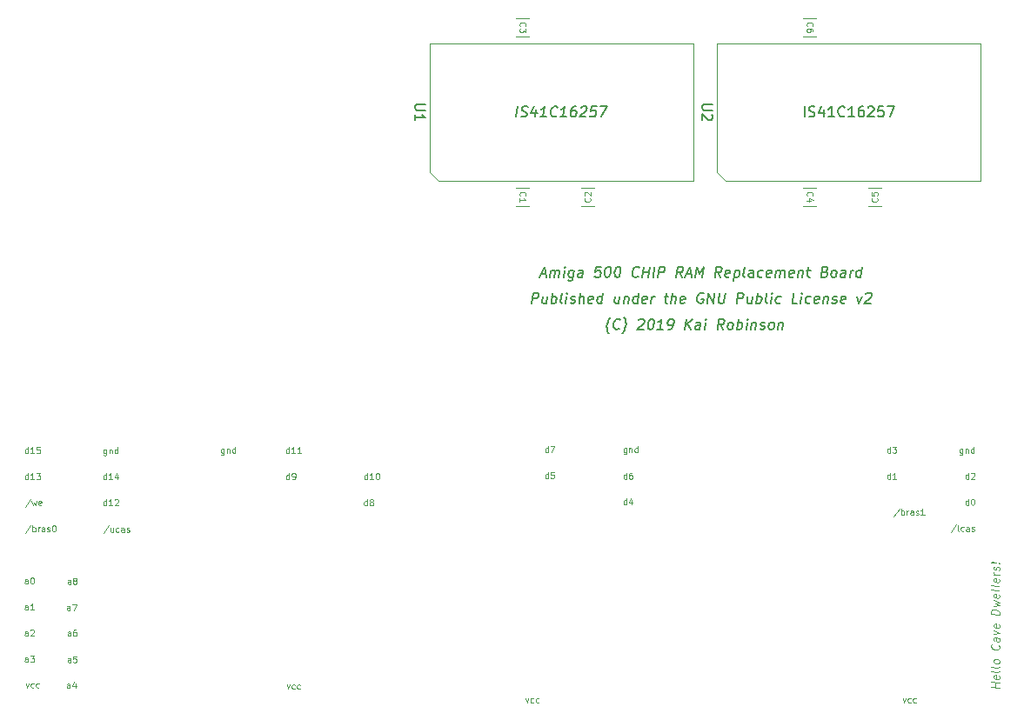
<source format=gto>
G04 #@! TF.GenerationSoftware,KiCad,Pcbnew,(5.1.2-1)-1*
G04 #@! TF.CreationDate,2019-09-30T22:51:03+01:00*
G04 #@! TF.ProjectId,DRAM Board,4452414d-2042-46f6-9172-642e6b696361,rev?*
G04 #@! TF.SameCoordinates,Original*
G04 #@! TF.FileFunction,Legend,Top*
G04 #@! TF.FilePolarity,Positive*
%FSLAX46Y46*%
G04 Gerber Fmt 4.6, Leading zero omitted, Abs format (unit mm)*
G04 Created by KiCad (PCBNEW (5.1.2-1)-1) date 2019-09-30 22:51:03*
%MOMM*%
%LPD*%
G04 APERTURE LIST*
%ADD10C,0.075000*%
%ADD11C,0.150000*%
%ADD12C,0.125000*%
%ADD13C,0.120000*%
G04 APERTURE END LIST*
D10*
X235551714Y-74293428D02*
X235551714Y-74779142D01*
X235523142Y-74836285D01*
X235494571Y-74864857D01*
X235437428Y-74893428D01*
X235351714Y-74893428D01*
X235294571Y-74864857D01*
X235551714Y-74664857D02*
X235494571Y-74693428D01*
X235380285Y-74693428D01*
X235323142Y-74664857D01*
X235294571Y-74636285D01*
X235266000Y-74579142D01*
X235266000Y-74407714D01*
X235294571Y-74350571D01*
X235323142Y-74322000D01*
X235380285Y-74293428D01*
X235494571Y-74293428D01*
X235551714Y-74322000D01*
X235837428Y-74293428D02*
X235837428Y-74693428D01*
X235837428Y-74350571D02*
X235866000Y-74322000D01*
X235923142Y-74293428D01*
X236008857Y-74293428D01*
X236066000Y-74322000D01*
X236094571Y-74379142D01*
X236094571Y-74693428D01*
X236637428Y-74693428D02*
X236637428Y-74093428D01*
X236637428Y-74664857D02*
X236580285Y-74693428D01*
X236466000Y-74693428D01*
X236408857Y-74664857D01*
X236380285Y-74636285D01*
X236351714Y-74579142D01*
X236351714Y-74407714D01*
X236380285Y-74350571D01*
X236408857Y-74322000D01*
X236466000Y-74293428D01*
X236580285Y-74293428D01*
X236637428Y-74322000D01*
X229720857Y-98613928D02*
X229863714Y-99013928D01*
X230006571Y-98613928D01*
X230492285Y-98985357D02*
X230435142Y-99013928D01*
X230320857Y-99013928D01*
X230263714Y-98985357D01*
X230235142Y-98956785D01*
X230206571Y-98899642D01*
X230206571Y-98728214D01*
X230235142Y-98671071D01*
X230263714Y-98642500D01*
X230320857Y-98613928D01*
X230435142Y-98613928D01*
X230492285Y-98642500D01*
X231006571Y-98985357D02*
X230949428Y-99013928D01*
X230835142Y-99013928D01*
X230778000Y-98985357D01*
X230749428Y-98956785D01*
X230720857Y-98899642D01*
X230720857Y-98728214D01*
X230749428Y-98671071D01*
X230778000Y-98642500D01*
X230835142Y-98613928D01*
X230949428Y-98613928D01*
X231006571Y-98642500D01*
X193017857Y-98613928D02*
X193160714Y-99013928D01*
X193303571Y-98613928D01*
X193789285Y-98985357D02*
X193732142Y-99013928D01*
X193617857Y-99013928D01*
X193560714Y-98985357D01*
X193532142Y-98956785D01*
X193503571Y-98899642D01*
X193503571Y-98728214D01*
X193532142Y-98671071D01*
X193560714Y-98642500D01*
X193617857Y-98613928D01*
X193732142Y-98613928D01*
X193789285Y-98642500D01*
X194303571Y-98985357D02*
X194246428Y-99013928D01*
X194132142Y-99013928D01*
X194075000Y-98985357D01*
X194046428Y-98956785D01*
X194017857Y-98899642D01*
X194017857Y-98728214D01*
X194046428Y-98671071D01*
X194075000Y-98642500D01*
X194132142Y-98613928D01*
X194246428Y-98613928D01*
X194303571Y-98642500D01*
X163669714Y-74293428D02*
X163669714Y-74779142D01*
X163641142Y-74836285D01*
X163612571Y-74864857D01*
X163555428Y-74893428D01*
X163469714Y-74893428D01*
X163412571Y-74864857D01*
X163669714Y-74664857D02*
X163612571Y-74693428D01*
X163498285Y-74693428D01*
X163441142Y-74664857D01*
X163412571Y-74636285D01*
X163384000Y-74579142D01*
X163384000Y-74407714D01*
X163412571Y-74350571D01*
X163441142Y-74322000D01*
X163498285Y-74293428D01*
X163612571Y-74293428D01*
X163669714Y-74322000D01*
X163955428Y-74293428D02*
X163955428Y-74693428D01*
X163955428Y-74350571D02*
X163984000Y-74322000D01*
X164041142Y-74293428D01*
X164126857Y-74293428D01*
X164184000Y-74322000D01*
X164212571Y-74379142D01*
X164212571Y-74693428D01*
X164755428Y-74693428D02*
X164755428Y-74093428D01*
X164755428Y-74664857D02*
X164698285Y-74693428D01*
X164584000Y-74693428D01*
X164526857Y-74664857D01*
X164498285Y-74636285D01*
X164469714Y-74579142D01*
X164469714Y-74407714D01*
X164498285Y-74350571D01*
X164526857Y-74322000D01*
X164584000Y-74293428D01*
X164698285Y-74293428D01*
X164755428Y-74322000D01*
X152239714Y-74356928D02*
X152239714Y-74842642D01*
X152211142Y-74899785D01*
X152182571Y-74928357D01*
X152125428Y-74956928D01*
X152039714Y-74956928D01*
X151982571Y-74928357D01*
X152239714Y-74728357D02*
X152182571Y-74756928D01*
X152068285Y-74756928D01*
X152011142Y-74728357D01*
X151982571Y-74699785D01*
X151954000Y-74642642D01*
X151954000Y-74471214D01*
X151982571Y-74414071D01*
X152011142Y-74385500D01*
X152068285Y-74356928D01*
X152182571Y-74356928D01*
X152239714Y-74385500D01*
X152525428Y-74356928D02*
X152525428Y-74756928D01*
X152525428Y-74414071D02*
X152554000Y-74385500D01*
X152611142Y-74356928D01*
X152696857Y-74356928D01*
X152754000Y-74385500D01*
X152782571Y-74442642D01*
X152782571Y-74756928D01*
X153325428Y-74756928D02*
X153325428Y-74156928D01*
X153325428Y-74728357D02*
X153268285Y-74756928D01*
X153154000Y-74756928D01*
X153096857Y-74728357D01*
X153068285Y-74699785D01*
X153039714Y-74642642D01*
X153039714Y-74471214D01*
X153068285Y-74414071D01*
X153096857Y-74385500D01*
X153154000Y-74356928D01*
X153268285Y-74356928D01*
X153325428Y-74385500D01*
X169776857Y-97280428D02*
X169919714Y-97680428D01*
X170062571Y-97280428D01*
X170548285Y-97651857D02*
X170491142Y-97680428D01*
X170376857Y-97680428D01*
X170319714Y-97651857D01*
X170291142Y-97623285D01*
X170262571Y-97566142D01*
X170262571Y-97394714D01*
X170291142Y-97337571D01*
X170319714Y-97309000D01*
X170376857Y-97280428D01*
X170491142Y-97280428D01*
X170548285Y-97309000D01*
X171062571Y-97651857D02*
X171005428Y-97680428D01*
X170891142Y-97680428D01*
X170834000Y-97651857D01*
X170805428Y-97623285D01*
X170776857Y-97566142D01*
X170776857Y-97394714D01*
X170805428Y-97337571D01*
X170834000Y-97309000D01*
X170891142Y-97280428D01*
X171005428Y-97280428D01*
X171062571Y-97309000D01*
X144376857Y-97153428D02*
X144519714Y-97553428D01*
X144662571Y-97153428D01*
X145148285Y-97524857D02*
X145091142Y-97553428D01*
X144976857Y-97553428D01*
X144919714Y-97524857D01*
X144891142Y-97496285D01*
X144862571Y-97439142D01*
X144862571Y-97267714D01*
X144891142Y-97210571D01*
X144919714Y-97182000D01*
X144976857Y-97153428D01*
X145091142Y-97153428D01*
X145148285Y-97182000D01*
X145662571Y-97524857D02*
X145605428Y-97553428D01*
X145491142Y-97553428D01*
X145434000Y-97524857D01*
X145405428Y-97496285D01*
X145376857Y-97439142D01*
X145376857Y-97267714D01*
X145405428Y-97210571D01*
X145434000Y-97182000D01*
X145491142Y-97153428D01*
X145605428Y-97153428D01*
X145662571Y-97182000D01*
D11*
X220162976Y-41981380D02*
X220162976Y-40981380D01*
X220591547Y-41933761D02*
X220734404Y-41981380D01*
X220972500Y-41981380D01*
X221067738Y-41933761D01*
X221115357Y-41886142D01*
X221162976Y-41790904D01*
X221162976Y-41695666D01*
X221115357Y-41600428D01*
X221067738Y-41552809D01*
X220972500Y-41505190D01*
X220782023Y-41457571D01*
X220686785Y-41409952D01*
X220639166Y-41362333D01*
X220591547Y-41267095D01*
X220591547Y-41171857D01*
X220639166Y-41076619D01*
X220686785Y-41029000D01*
X220782023Y-40981380D01*
X221020119Y-40981380D01*
X221162976Y-41029000D01*
X222020119Y-41314714D02*
X222020119Y-41981380D01*
X221782023Y-40933761D02*
X221543928Y-41648047D01*
X222162976Y-41648047D01*
X223067738Y-41981380D02*
X222496309Y-41981380D01*
X222782023Y-41981380D02*
X222782023Y-40981380D01*
X222686785Y-41124238D01*
X222591547Y-41219476D01*
X222496309Y-41267095D01*
X224067738Y-41886142D02*
X224020119Y-41933761D01*
X223877261Y-41981380D01*
X223782023Y-41981380D01*
X223639166Y-41933761D01*
X223543928Y-41838523D01*
X223496309Y-41743285D01*
X223448690Y-41552809D01*
X223448690Y-41409952D01*
X223496309Y-41219476D01*
X223543928Y-41124238D01*
X223639166Y-41029000D01*
X223782023Y-40981380D01*
X223877261Y-40981380D01*
X224020119Y-41029000D01*
X224067738Y-41076619D01*
X225020119Y-41981380D02*
X224448690Y-41981380D01*
X224734404Y-41981380D02*
X224734404Y-40981380D01*
X224639166Y-41124238D01*
X224543928Y-41219476D01*
X224448690Y-41267095D01*
X225877261Y-40981380D02*
X225686785Y-40981380D01*
X225591547Y-41029000D01*
X225543928Y-41076619D01*
X225448690Y-41219476D01*
X225401071Y-41409952D01*
X225401071Y-41790904D01*
X225448690Y-41886142D01*
X225496309Y-41933761D01*
X225591547Y-41981380D01*
X225782023Y-41981380D01*
X225877261Y-41933761D01*
X225924880Y-41886142D01*
X225972500Y-41790904D01*
X225972500Y-41552809D01*
X225924880Y-41457571D01*
X225877261Y-41409952D01*
X225782023Y-41362333D01*
X225591547Y-41362333D01*
X225496309Y-41409952D01*
X225448690Y-41457571D01*
X225401071Y-41552809D01*
X226353452Y-41076619D02*
X226401071Y-41029000D01*
X226496309Y-40981380D01*
X226734404Y-40981380D01*
X226829642Y-41029000D01*
X226877261Y-41076619D01*
X226924880Y-41171857D01*
X226924880Y-41267095D01*
X226877261Y-41409952D01*
X226305833Y-41981380D01*
X226924880Y-41981380D01*
X227829642Y-40981380D02*
X227353452Y-40981380D01*
X227305833Y-41457571D01*
X227353452Y-41409952D01*
X227448690Y-41362333D01*
X227686785Y-41362333D01*
X227782023Y-41409952D01*
X227829642Y-41457571D01*
X227877261Y-41552809D01*
X227877261Y-41790904D01*
X227829642Y-41886142D01*
X227782023Y-41933761D01*
X227686785Y-41981380D01*
X227448690Y-41981380D01*
X227353452Y-41933761D01*
X227305833Y-41886142D01*
X228210595Y-40981380D02*
X228877261Y-40981380D01*
X228448690Y-41981380D01*
X192122991Y-41981380D02*
X192247991Y-40981380D01*
X192557514Y-41933761D02*
X192694419Y-41981380D01*
X192932514Y-41981380D01*
X193033705Y-41933761D01*
X193087276Y-41886142D01*
X193146800Y-41790904D01*
X193158705Y-41695666D01*
X193122991Y-41600428D01*
X193081324Y-41552809D01*
X192992038Y-41505190D01*
X192807514Y-41457571D01*
X192718229Y-41409952D01*
X192676562Y-41362333D01*
X192640848Y-41267095D01*
X192652752Y-41171857D01*
X192712276Y-41076619D01*
X192765848Y-41029000D01*
X192867038Y-40981380D01*
X193105133Y-40981380D01*
X193242038Y-41029000D01*
X194063467Y-41314714D02*
X193980133Y-41981380D01*
X193872991Y-40933761D02*
X193545610Y-41648047D01*
X194164657Y-41648047D01*
X195027752Y-41981380D02*
X194456324Y-41981380D01*
X194742038Y-41981380D02*
X194867038Y-40981380D01*
X194753943Y-41124238D01*
X194646800Y-41219476D01*
X194545610Y-41267095D01*
X196039657Y-41886142D02*
X195986086Y-41933761D01*
X195837276Y-41981380D01*
X195742038Y-41981380D01*
X195605133Y-41933761D01*
X195521800Y-41838523D01*
X195486086Y-41743285D01*
X195462276Y-41552809D01*
X195480133Y-41409952D01*
X195551562Y-41219476D01*
X195611086Y-41124238D01*
X195718229Y-41029000D01*
X195867038Y-40981380D01*
X195962276Y-40981380D01*
X196099181Y-41029000D01*
X196140848Y-41076619D01*
X196980133Y-41981380D02*
X196408705Y-41981380D01*
X196694419Y-41981380D02*
X196819419Y-40981380D01*
X196706324Y-41124238D01*
X196599181Y-41219476D01*
X196497991Y-41267095D01*
X197962276Y-40981380D02*
X197771800Y-40981380D01*
X197670610Y-41029000D01*
X197617038Y-41076619D01*
X197503943Y-41219476D01*
X197432514Y-41409952D01*
X197384895Y-41790904D01*
X197420610Y-41886142D01*
X197462276Y-41933761D01*
X197551562Y-41981380D01*
X197742038Y-41981380D01*
X197843229Y-41933761D01*
X197896800Y-41886142D01*
X197956324Y-41790904D01*
X197986086Y-41552809D01*
X197950372Y-41457571D01*
X197908705Y-41409952D01*
X197819419Y-41362333D01*
X197628943Y-41362333D01*
X197527752Y-41409952D01*
X197474181Y-41457571D01*
X197414657Y-41552809D01*
X198426562Y-41076619D02*
X198480133Y-41029000D01*
X198581324Y-40981380D01*
X198819419Y-40981380D01*
X198908705Y-41029000D01*
X198950372Y-41076619D01*
X198986086Y-41171857D01*
X198974181Y-41267095D01*
X198908705Y-41409952D01*
X198265848Y-41981380D01*
X198884895Y-41981380D01*
X199914657Y-40981380D02*
X199438467Y-40981380D01*
X199331324Y-41457571D01*
X199384895Y-41409952D01*
X199486086Y-41362333D01*
X199724181Y-41362333D01*
X199813467Y-41409952D01*
X199855133Y-41457571D01*
X199890848Y-41552809D01*
X199861086Y-41790904D01*
X199801562Y-41886142D01*
X199747991Y-41933761D01*
X199646800Y-41981380D01*
X199408705Y-41981380D01*
X199319419Y-41933761D01*
X199277752Y-41886142D01*
X200295610Y-40981380D02*
X200962276Y-40981380D01*
X200408705Y-41981380D01*
D12*
X239121904Y-97577537D02*
X238321904Y-97477537D01*
X238702857Y-97525156D02*
X238702857Y-97068013D01*
X239121904Y-97120394D02*
X238321904Y-97020394D01*
X239083809Y-96429918D02*
X239121904Y-96510870D01*
X239121904Y-96663251D01*
X239083809Y-96734680D01*
X239007619Y-96763251D01*
X238702857Y-96725156D01*
X238626666Y-96677537D01*
X238588571Y-96596584D01*
X238588571Y-96444203D01*
X238626666Y-96372775D01*
X238702857Y-96344203D01*
X238779047Y-96353727D01*
X238855238Y-96744203D01*
X239121904Y-95939441D02*
X239083809Y-96010870D01*
X239007619Y-96039441D01*
X238321904Y-95953727D01*
X239121904Y-95520394D02*
X239083809Y-95591822D01*
X239007619Y-95620394D01*
X238321904Y-95534680D01*
X239121904Y-95101346D02*
X239083809Y-95172775D01*
X239045714Y-95206108D01*
X238969523Y-95234680D01*
X238740952Y-95206108D01*
X238664761Y-95158489D01*
X238626666Y-95115632D01*
X238588571Y-95034680D01*
X238588571Y-94920394D01*
X238626666Y-94848965D01*
X238664761Y-94815632D01*
X238740952Y-94787061D01*
X238969523Y-94815632D01*
X239045714Y-94863251D01*
X239083809Y-94906108D01*
X239121904Y-94987061D01*
X239121904Y-95101346D01*
X239045714Y-93415632D02*
X239083809Y-93458489D01*
X239121904Y-93577537D01*
X239121904Y-93653727D01*
X239083809Y-93763251D01*
X239007619Y-93829918D01*
X238931428Y-93858489D01*
X238779047Y-93877537D01*
X238664761Y-93863251D01*
X238512380Y-93806108D01*
X238436190Y-93758489D01*
X238360000Y-93672775D01*
X238321904Y-93553727D01*
X238321904Y-93477537D01*
X238360000Y-93368013D01*
X238398095Y-93334680D01*
X239121904Y-92739441D02*
X238702857Y-92687061D01*
X238626666Y-92715632D01*
X238588571Y-92787061D01*
X238588571Y-92939441D01*
X238626666Y-93020394D01*
X239083809Y-92734680D02*
X239121904Y-92815632D01*
X239121904Y-93006108D01*
X239083809Y-93077537D01*
X239007619Y-93106108D01*
X238931428Y-93096584D01*
X238855238Y-93048965D01*
X238817142Y-92968013D01*
X238817142Y-92777537D01*
X238779047Y-92696584D01*
X238588571Y-92368013D02*
X239121904Y-92244203D01*
X238588571Y-91987061D01*
X239083809Y-91439441D02*
X239121904Y-91520394D01*
X239121904Y-91672775D01*
X239083809Y-91744203D01*
X239007619Y-91772775D01*
X238702857Y-91734680D01*
X238626666Y-91687061D01*
X238588571Y-91606108D01*
X238588571Y-91453727D01*
X238626666Y-91382299D01*
X238702857Y-91353727D01*
X238779047Y-91363251D01*
X238855238Y-91753727D01*
X239121904Y-90453727D02*
X238321904Y-90353727D01*
X238321904Y-90163251D01*
X238360000Y-90053727D01*
X238436190Y-89987061D01*
X238512380Y-89958489D01*
X238664761Y-89939441D01*
X238779047Y-89953727D01*
X238931428Y-90010870D01*
X239007619Y-90058489D01*
X239083809Y-90144203D01*
X239121904Y-90263251D01*
X239121904Y-90453727D01*
X238588571Y-89663251D02*
X239121904Y-89577537D01*
X238740952Y-89377537D01*
X239121904Y-89272775D01*
X238588571Y-89053727D01*
X239083809Y-88506108D02*
X239121904Y-88587061D01*
X239121904Y-88739441D01*
X239083809Y-88810870D01*
X239007619Y-88839441D01*
X238702857Y-88801346D01*
X238626666Y-88753727D01*
X238588571Y-88672775D01*
X238588571Y-88520394D01*
X238626666Y-88448965D01*
X238702857Y-88420394D01*
X238779047Y-88429918D01*
X238855238Y-88820394D01*
X239121904Y-88015632D02*
X239083809Y-88087061D01*
X239007619Y-88115632D01*
X238321904Y-88029918D01*
X239121904Y-87596584D02*
X239083809Y-87668013D01*
X239007619Y-87696584D01*
X238321904Y-87610870D01*
X239083809Y-86982299D02*
X239121904Y-87063251D01*
X239121904Y-87215632D01*
X239083809Y-87287061D01*
X239007619Y-87315632D01*
X238702857Y-87277537D01*
X238626666Y-87229918D01*
X238588571Y-87148965D01*
X238588571Y-86996584D01*
X238626666Y-86925156D01*
X238702857Y-86896584D01*
X238779047Y-86906108D01*
X238855238Y-87296584D01*
X239121904Y-86606108D02*
X238588571Y-86539441D01*
X238740952Y-86558489D02*
X238664761Y-86510870D01*
X238626666Y-86468013D01*
X238588571Y-86387061D01*
X238588571Y-86310870D01*
X239083809Y-86144203D02*
X239121904Y-86072775D01*
X239121904Y-85920394D01*
X239083809Y-85839441D01*
X239007619Y-85791822D01*
X238969523Y-85787061D01*
X238893333Y-85815632D01*
X238855238Y-85887061D01*
X238855238Y-86001346D01*
X238817142Y-86072775D01*
X238740952Y-86101346D01*
X238702857Y-86096584D01*
X238626666Y-86048965D01*
X238588571Y-85968013D01*
X238588571Y-85853727D01*
X238626666Y-85782299D01*
X239045714Y-85453727D02*
X239083809Y-85420394D01*
X239121904Y-85463251D01*
X239083809Y-85496584D01*
X239045714Y-85453727D01*
X239121904Y-85463251D01*
X238817142Y-85425156D02*
X238360000Y-85406108D01*
X238321904Y-85363251D01*
X238360000Y-85329918D01*
X238817142Y-85425156D01*
X238321904Y-85363251D01*
D11*
X201116681Y-63063333D02*
X201075014Y-63015714D01*
X200997633Y-62872857D01*
X200961919Y-62777619D01*
X200932157Y-62634761D01*
X200914300Y-62396666D01*
X200938110Y-62206190D01*
X201015491Y-61968095D01*
X201080967Y-61825238D01*
X201140491Y-61730000D01*
X201253586Y-61587142D01*
X201307157Y-61539523D01*
X202128586Y-62587142D02*
X202075014Y-62634761D01*
X201926205Y-62682380D01*
X201830967Y-62682380D01*
X201694062Y-62634761D01*
X201610729Y-62539523D01*
X201575014Y-62444285D01*
X201551205Y-62253809D01*
X201569062Y-62110952D01*
X201640491Y-61920476D01*
X201700014Y-61825238D01*
X201807157Y-61730000D01*
X201955967Y-61682380D01*
X202051205Y-61682380D01*
X202188110Y-61730000D01*
X202229776Y-61777619D01*
X202402395Y-63063333D02*
X202455967Y-63015714D01*
X202569062Y-62872857D01*
X202628586Y-62777619D01*
X202694062Y-62634761D01*
X202771443Y-62396666D01*
X202795252Y-62206190D01*
X202777395Y-61968095D01*
X202747633Y-61825238D01*
X202711919Y-61730000D01*
X202634538Y-61587142D01*
X202592872Y-61539523D01*
X204039300Y-61777619D02*
X204092872Y-61730000D01*
X204194062Y-61682380D01*
X204432157Y-61682380D01*
X204521443Y-61730000D01*
X204563110Y-61777619D01*
X204598824Y-61872857D01*
X204586919Y-61968095D01*
X204521443Y-62110952D01*
X203878586Y-62682380D01*
X204497633Y-62682380D01*
X205241681Y-61682380D02*
X205336919Y-61682380D01*
X205426205Y-61730000D01*
X205467872Y-61777619D01*
X205503586Y-61872857D01*
X205527395Y-62063333D01*
X205497633Y-62301428D01*
X205426205Y-62491904D01*
X205366681Y-62587142D01*
X205313110Y-62634761D01*
X205211919Y-62682380D01*
X205116681Y-62682380D01*
X205027395Y-62634761D01*
X204985729Y-62587142D01*
X204950014Y-62491904D01*
X204926205Y-62301428D01*
X204955967Y-62063333D01*
X205027395Y-61872857D01*
X205086919Y-61777619D01*
X205140491Y-61730000D01*
X205241681Y-61682380D01*
X206402395Y-62682380D02*
X205830967Y-62682380D01*
X206116681Y-62682380D02*
X206241681Y-61682380D01*
X206128586Y-61825238D01*
X206021443Y-61920476D01*
X205920252Y-61968095D01*
X206878586Y-62682380D02*
X207069062Y-62682380D01*
X207170252Y-62634761D01*
X207223824Y-62587142D01*
X207336919Y-62444285D01*
X207408348Y-62253809D01*
X207455967Y-61872857D01*
X207420252Y-61777619D01*
X207378586Y-61730000D01*
X207289300Y-61682380D01*
X207098824Y-61682380D01*
X206997633Y-61730000D01*
X206944062Y-61777619D01*
X206884538Y-61872857D01*
X206854776Y-62110952D01*
X206890491Y-62206190D01*
X206932157Y-62253809D01*
X207021443Y-62301428D01*
X207211919Y-62301428D01*
X207313110Y-62253809D01*
X207366681Y-62206190D01*
X207426205Y-62110952D01*
X208545252Y-62682380D02*
X208670252Y-61682380D01*
X209116681Y-62682380D02*
X208759538Y-62110952D01*
X209241681Y-61682380D02*
X208598824Y-62253809D01*
X209973824Y-62682380D02*
X210039300Y-62158571D01*
X210003586Y-62063333D01*
X209914300Y-62015714D01*
X209723824Y-62015714D01*
X209622633Y-62063333D01*
X209979776Y-62634761D02*
X209878586Y-62682380D01*
X209640491Y-62682380D01*
X209551205Y-62634761D01*
X209515491Y-62539523D01*
X209527395Y-62444285D01*
X209586919Y-62349047D01*
X209688110Y-62301428D01*
X209926205Y-62301428D01*
X210027395Y-62253809D01*
X210450014Y-62682380D02*
X210533348Y-62015714D01*
X210575014Y-61682380D02*
X210521443Y-61730000D01*
X210563110Y-61777619D01*
X210616681Y-61730000D01*
X210575014Y-61682380D01*
X210563110Y-61777619D01*
X212259538Y-62682380D02*
X211985729Y-62206190D01*
X211688110Y-62682380D02*
X211813110Y-61682380D01*
X212194062Y-61682380D01*
X212283348Y-61730000D01*
X212325014Y-61777619D01*
X212360729Y-61872857D01*
X212342872Y-62015714D01*
X212283348Y-62110952D01*
X212229776Y-62158571D01*
X212128586Y-62206190D01*
X211747633Y-62206190D01*
X212830967Y-62682380D02*
X212741681Y-62634761D01*
X212700014Y-62587142D01*
X212664300Y-62491904D01*
X212700014Y-62206190D01*
X212759538Y-62110952D01*
X212813110Y-62063333D01*
X212914300Y-62015714D01*
X213057157Y-62015714D01*
X213146443Y-62063333D01*
X213188110Y-62110952D01*
X213223824Y-62206190D01*
X213188110Y-62491904D01*
X213128586Y-62587142D01*
X213075014Y-62634761D01*
X212973824Y-62682380D01*
X212830967Y-62682380D01*
X213592872Y-62682380D02*
X213717872Y-61682380D01*
X213670252Y-62063333D02*
X213771443Y-62015714D01*
X213961919Y-62015714D01*
X214051205Y-62063333D01*
X214092872Y-62110952D01*
X214128586Y-62206190D01*
X214092872Y-62491904D01*
X214033348Y-62587142D01*
X213979776Y-62634761D01*
X213878586Y-62682380D01*
X213688110Y-62682380D01*
X213598824Y-62634761D01*
X214497633Y-62682380D02*
X214580967Y-62015714D01*
X214622633Y-61682380D02*
X214569062Y-61730000D01*
X214610729Y-61777619D01*
X214664300Y-61730000D01*
X214622633Y-61682380D01*
X214610729Y-61777619D01*
X215057157Y-62015714D02*
X214973824Y-62682380D01*
X215045252Y-62110952D02*
X215098824Y-62063333D01*
X215200014Y-62015714D01*
X215342872Y-62015714D01*
X215432157Y-62063333D01*
X215467872Y-62158571D01*
X215402395Y-62682380D01*
X215836919Y-62634761D02*
X215926205Y-62682380D01*
X216116681Y-62682380D01*
X216217872Y-62634761D01*
X216277395Y-62539523D01*
X216283348Y-62491904D01*
X216247633Y-62396666D01*
X216158348Y-62349047D01*
X216015491Y-62349047D01*
X215926205Y-62301428D01*
X215890491Y-62206190D01*
X215896443Y-62158571D01*
X215955967Y-62063333D01*
X216057157Y-62015714D01*
X216200014Y-62015714D01*
X216289300Y-62063333D01*
X216830967Y-62682380D02*
X216741681Y-62634761D01*
X216700014Y-62587142D01*
X216664300Y-62491904D01*
X216700014Y-62206190D01*
X216759538Y-62110952D01*
X216813110Y-62063333D01*
X216914300Y-62015714D01*
X217057157Y-62015714D01*
X217146443Y-62063333D01*
X217188110Y-62110952D01*
X217223824Y-62206190D01*
X217188110Y-62491904D01*
X217128586Y-62587142D01*
X217075014Y-62634761D01*
X216973824Y-62682380D01*
X216830967Y-62682380D01*
X217676205Y-62015714D02*
X217592872Y-62682380D01*
X217664300Y-62110952D02*
X217717872Y-62063333D01*
X217819062Y-62015714D01*
X217961919Y-62015714D01*
X218051205Y-62063333D01*
X218086919Y-62158571D01*
X218021443Y-62682380D01*
X193608824Y-60142380D02*
X193733824Y-59142380D01*
X194114776Y-59142380D01*
X194204062Y-59190000D01*
X194245729Y-59237619D01*
X194281443Y-59332857D01*
X194263586Y-59475714D01*
X194204062Y-59570952D01*
X194150491Y-59618571D01*
X194049300Y-59666190D01*
X193668348Y-59666190D01*
X195120729Y-59475714D02*
X195037395Y-60142380D01*
X194692157Y-59475714D02*
X194626681Y-59999523D01*
X194662395Y-60094761D01*
X194751681Y-60142380D01*
X194894538Y-60142380D01*
X194995729Y-60094761D01*
X195049300Y-60047142D01*
X195513586Y-60142380D02*
X195638586Y-59142380D01*
X195590967Y-59523333D02*
X195692157Y-59475714D01*
X195882633Y-59475714D01*
X195971919Y-59523333D01*
X196013586Y-59570952D01*
X196049300Y-59666190D01*
X196013586Y-59951904D01*
X195954062Y-60047142D01*
X195900491Y-60094761D01*
X195799300Y-60142380D01*
X195608824Y-60142380D01*
X195519538Y-60094761D01*
X196561205Y-60142380D02*
X196471919Y-60094761D01*
X196436205Y-59999523D01*
X196543348Y-59142380D01*
X196942157Y-60142380D02*
X197025491Y-59475714D01*
X197067157Y-59142380D02*
X197013586Y-59190000D01*
X197055252Y-59237619D01*
X197108824Y-59190000D01*
X197067157Y-59142380D01*
X197055252Y-59237619D01*
X197376681Y-60094761D02*
X197465967Y-60142380D01*
X197656443Y-60142380D01*
X197757633Y-60094761D01*
X197817157Y-59999523D01*
X197823110Y-59951904D01*
X197787395Y-59856666D01*
X197698110Y-59809047D01*
X197555252Y-59809047D01*
X197465967Y-59761428D01*
X197430252Y-59666190D01*
X197436205Y-59618571D01*
X197495729Y-59523333D01*
X197596919Y-59475714D01*
X197739776Y-59475714D01*
X197829062Y-59523333D01*
X198227872Y-60142380D02*
X198352872Y-59142380D01*
X198656443Y-60142380D02*
X198721919Y-59618571D01*
X198686205Y-59523333D01*
X198596919Y-59475714D01*
X198454062Y-59475714D01*
X198352872Y-59523333D01*
X198299300Y-59570952D01*
X199519538Y-60094761D02*
X199418348Y-60142380D01*
X199227872Y-60142380D01*
X199138586Y-60094761D01*
X199102872Y-59999523D01*
X199150491Y-59618571D01*
X199210014Y-59523333D01*
X199311205Y-59475714D01*
X199501681Y-59475714D01*
X199590967Y-59523333D01*
X199626681Y-59618571D01*
X199614776Y-59713809D01*
X199126681Y-59809047D01*
X200418348Y-60142380D02*
X200543348Y-59142380D01*
X200424300Y-60094761D02*
X200323110Y-60142380D01*
X200132633Y-60142380D01*
X200043348Y-60094761D01*
X200001681Y-60047142D01*
X199965967Y-59951904D01*
X200001681Y-59666190D01*
X200061205Y-59570952D01*
X200114776Y-59523333D01*
X200215967Y-59475714D01*
X200406443Y-59475714D01*
X200495729Y-59523333D01*
X202168348Y-59475714D02*
X202085014Y-60142380D01*
X201739776Y-59475714D02*
X201674300Y-59999523D01*
X201710014Y-60094761D01*
X201799300Y-60142380D01*
X201942157Y-60142380D01*
X202043348Y-60094761D01*
X202096919Y-60047142D01*
X202644538Y-59475714D02*
X202561205Y-60142380D01*
X202632633Y-59570952D02*
X202686205Y-59523333D01*
X202787395Y-59475714D01*
X202930252Y-59475714D01*
X203019538Y-59523333D01*
X203055252Y-59618571D01*
X202989776Y-60142380D01*
X203894538Y-60142380D02*
X204019538Y-59142380D01*
X203900491Y-60094761D02*
X203799300Y-60142380D01*
X203608824Y-60142380D01*
X203519538Y-60094761D01*
X203477872Y-60047142D01*
X203442157Y-59951904D01*
X203477872Y-59666190D01*
X203537395Y-59570952D01*
X203590967Y-59523333D01*
X203692157Y-59475714D01*
X203882633Y-59475714D01*
X203971919Y-59523333D01*
X204757633Y-60094761D02*
X204656443Y-60142380D01*
X204465967Y-60142380D01*
X204376681Y-60094761D01*
X204340967Y-59999523D01*
X204388586Y-59618571D01*
X204448110Y-59523333D01*
X204549300Y-59475714D01*
X204739776Y-59475714D01*
X204829062Y-59523333D01*
X204864776Y-59618571D01*
X204852872Y-59713809D01*
X204364776Y-59809047D01*
X205227872Y-60142380D02*
X205311205Y-59475714D01*
X205287395Y-59666190D02*
X205346919Y-59570952D01*
X205400491Y-59523333D01*
X205501681Y-59475714D01*
X205596919Y-59475714D01*
X206549300Y-59475714D02*
X206930252Y-59475714D01*
X206733824Y-59142380D02*
X206626681Y-59999523D01*
X206662395Y-60094761D01*
X206751681Y-60142380D01*
X206846919Y-60142380D01*
X207180252Y-60142380D02*
X207305252Y-59142380D01*
X207608824Y-60142380D02*
X207674300Y-59618571D01*
X207638586Y-59523333D01*
X207549300Y-59475714D01*
X207406443Y-59475714D01*
X207305252Y-59523333D01*
X207251681Y-59570952D01*
X208471919Y-60094761D02*
X208370729Y-60142380D01*
X208180252Y-60142380D01*
X208090967Y-60094761D01*
X208055252Y-59999523D01*
X208102872Y-59618571D01*
X208162395Y-59523333D01*
X208263586Y-59475714D01*
X208454062Y-59475714D01*
X208543348Y-59523333D01*
X208579062Y-59618571D01*
X208567157Y-59713809D01*
X208079062Y-59809047D01*
X210346919Y-59190000D02*
X210257633Y-59142380D01*
X210114776Y-59142380D01*
X209965967Y-59190000D01*
X209858824Y-59285238D01*
X209799300Y-59380476D01*
X209727872Y-59570952D01*
X209710014Y-59713809D01*
X209733824Y-59904285D01*
X209769538Y-59999523D01*
X209852872Y-60094761D01*
X209989776Y-60142380D01*
X210085014Y-60142380D01*
X210233824Y-60094761D01*
X210287395Y-60047142D01*
X210329062Y-59713809D01*
X210138586Y-59713809D01*
X210704062Y-60142380D02*
X210829062Y-59142380D01*
X211275491Y-60142380D01*
X211400491Y-59142380D01*
X211876681Y-59142380D02*
X211775491Y-59951904D01*
X211811205Y-60047142D01*
X211852872Y-60094761D01*
X211942157Y-60142380D01*
X212132633Y-60142380D01*
X212233824Y-60094761D01*
X212287395Y-60047142D01*
X212346919Y-59951904D01*
X212448110Y-59142380D01*
X213561205Y-60142380D02*
X213686205Y-59142380D01*
X214067157Y-59142380D01*
X214156443Y-59190000D01*
X214198110Y-59237619D01*
X214233824Y-59332857D01*
X214215967Y-59475714D01*
X214156443Y-59570952D01*
X214102872Y-59618571D01*
X214001681Y-59666190D01*
X213620729Y-59666190D01*
X215073110Y-59475714D02*
X214989776Y-60142380D01*
X214644538Y-59475714D02*
X214579062Y-59999523D01*
X214614776Y-60094761D01*
X214704062Y-60142380D01*
X214846919Y-60142380D01*
X214948110Y-60094761D01*
X215001681Y-60047142D01*
X215465967Y-60142380D02*
X215590967Y-59142380D01*
X215543348Y-59523333D02*
X215644538Y-59475714D01*
X215835014Y-59475714D01*
X215924300Y-59523333D01*
X215965967Y-59570952D01*
X216001681Y-59666190D01*
X215965967Y-59951904D01*
X215906443Y-60047142D01*
X215852872Y-60094761D01*
X215751681Y-60142380D01*
X215561205Y-60142380D01*
X215471919Y-60094761D01*
X216513586Y-60142380D02*
X216424300Y-60094761D01*
X216388586Y-59999523D01*
X216495729Y-59142380D01*
X216894538Y-60142380D02*
X216977872Y-59475714D01*
X217019538Y-59142380D02*
X216965967Y-59190000D01*
X217007633Y-59237619D01*
X217061205Y-59190000D01*
X217019538Y-59142380D01*
X217007633Y-59237619D01*
X217805252Y-60094761D02*
X217704062Y-60142380D01*
X217513586Y-60142380D01*
X217424300Y-60094761D01*
X217382633Y-60047142D01*
X217346919Y-59951904D01*
X217382633Y-59666190D01*
X217442157Y-59570952D01*
X217495729Y-59523333D01*
X217596919Y-59475714D01*
X217787395Y-59475714D01*
X217876681Y-59523333D01*
X219465967Y-60142380D02*
X218989776Y-60142380D01*
X219114776Y-59142380D01*
X219799300Y-60142380D02*
X219882633Y-59475714D01*
X219924300Y-59142380D02*
X219870729Y-59190000D01*
X219912395Y-59237619D01*
X219965967Y-59190000D01*
X219924300Y-59142380D01*
X219912395Y-59237619D01*
X220710014Y-60094761D02*
X220608824Y-60142380D01*
X220418348Y-60142380D01*
X220329062Y-60094761D01*
X220287395Y-60047142D01*
X220251681Y-59951904D01*
X220287395Y-59666190D01*
X220346919Y-59570952D01*
X220400491Y-59523333D01*
X220501681Y-59475714D01*
X220692157Y-59475714D01*
X220781443Y-59523333D01*
X221519538Y-60094761D02*
X221418348Y-60142380D01*
X221227872Y-60142380D01*
X221138586Y-60094761D01*
X221102872Y-59999523D01*
X221150491Y-59618571D01*
X221210014Y-59523333D01*
X221311205Y-59475714D01*
X221501681Y-59475714D01*
X221590967Y-59523333D01*
X221626681Y-59618571D01*
X221614776Y-59713809D01*
X221126681Y-59809047D01*
X222073110Y-59475714D02*
X221989776Y-60142380D01*
X222061205Y-59570952D02*
X222114776Y-59523333D01*
X222215967Y-59475714D01*
X222358824Y-59475714D01*
X222448110Y-59523333D01*
X222483824Y-59618571D01*
X222418348Y-60142380D01*
X222852872Y-60094761D02*
X222942157Y-60142380D01*
X223132633Y-60142380D01*
X223233824Y-60094761D01*
X223293348Y-59999523D01*
X223299300Y-59951904D01*
X223263586Y-59856666D01*
X223174300Y-59809047D01*
X223031443Y-59809047D01*
X222942157Y-59761428D01*
X222906443Y-59666190D01*
X222912395Y-59618571D01*
X222971919Y-59523333D01*
X223073110Y-59475714D01*
X223215967Y-59475714D01*
X223305252Y-59523333D01*
X224090967Y-60094761D02*
X223989776Y-60142380D01*
X223799300Y-60142380D01*
X223710014Y-60094761D01*
X223674300Y-59999523D01*
X223721919Y-59618571D01*
X223781443Y-59523333D01*
X223882633Y-59475714D01*
X224073110Y-59475714D01*
X224162395Y-59523333D01*
X224198110Y-59618571D01*
X224186205Y-59713809D01*
X223698110Y-59809047D01*
X225311205Y-59475714D02*
X225465967Y-60142380D01*
X225787395Y-59475714D01*
X226150491Y-59237619D02*
X226204062Y-59190000D01*
X226305252Y-59142380D01*
X226543348Y-59142380D01*
X226632633Y-59190000D01*
X226674300Y-59237619D01*
X226710014Y-59332857D01*
X226698110Y-59428095D01*
X226632633Y-59570952D01*
X225989776Y-60142380D01*
X226608824Y-60142380D01*
X194525491Y-57316666D02*
X195001681Y-57316666D01*
X194394538Y-57602380D02*
X194852872Y-56602380D01*
X195061205Y-57602380D01*
X195394538Y-57602380D02*
X195477872Y-56935714D01*
X195465967Y-57030952D02*
X195519538Y-56983333D01*
X195620729Y-56935714D01*
X195763586Y-56935714D01*
X195852872Y-56983333D01*
X195888586Y-57078571D01*
X195823110Y-57602380D01*
X195888586Y-57078571D02*
X195948110Y-56983333D01*
X196049300Y-56935714D01*
X196192157Y-56935714D01*
X196281443Y-56983333D01*
X196317157Y-57078571D01*
X196251681Y-57602380D01*
X196727872Y-57602380D02*
X196811205Y-56935714D01*
X196852872Y-56602380D02*
X196799300Y-56650000D01*
X196840967Y-56697619D01*
X196894538Y-56650000D01*
X196852872Y-56602380D01*
X196840967Y-56697619D01*
X197715967Y-56935714D02*
X197614776Y-57745238D01*
X197555252Y-57840476D01*
X197501681Y-57888095D01*
X197400491Y-57935714D01*
X197257633Y-57935714D01*
X197168348Y-57888095D01*
X197638586Y-57554761D02*
X197537395Y-57602380D01*
X197346919Y-57602380D01*
X197257633Y-57554761D01*
X197215967Y-57507142D01*
X197180252Y-57411904D01*
X197215967Y-57126190D01*
X197275491Y-57030952D01*
X197329062Y-56983333D01*
X197430252Y-56935714D01*
X197620729Y-56935714D01*
X197710014Y-56983333D01*
X198537395Y-57602380D02*
X198602872Y-57078571D01*
X198567157Y-56983333D01*
X198477872Y-56935714D01*
X198287395Y-56935714D01*
X198186205Y-56983333D01*
X198543348Y-57554761D02*
X198442157Y-57602380D01*
X198204062Y-57602380D01*
X198114776Y-57554761D01*
X198079062Y-57459523D01*
X198090967Y-57364285D01*
X198150491Y-57269047D01*
X198251681Y-57221428D01*
X198489776Y-57221428D01*
X198590967Y-57173809D01*
X200376681Y-56602380D02*
X199900491Y-56602380D01*
X199793348Y-57078571D01*
X199846919Y-57030952D01*
X199948110Y-56983333D01*
X200186205Y-56983333D01*
X200275491Y-57030952D01*
X200317157Y-57078571D01*
X200352872Y-57173809D01*
X200323110Y-57411904D01*
X200263586Y-57507142D01*
X200210014Y-57554761D01*
X200108824Y-57602380D01*
X199870729Y-57602380D01*
X199781443Y-57554761D01*
X199739776Y-57507142D01*
X201043348Y-56602380D02*
X201138586Y-56602380D01*
X201227872Y-56650000D01*
X201269538Y-56697619D01*
X201305252Y-56792857D01*
X201329062Y-56983333D01*
X201299300Y-57221428D01*
X201227872Y-57411904D01*
X201168348Y-57507142D01*
X201114776Y-57554761D01*
X201013586Y-57602380D01*
X200918348Y-57602380D01*
X200829062Y-57554761D01*
X200787395Y-57507142D01*
X200751681Y-57411904D01*
X200727872Y-57221428D01*
X200757633Y-56983333D01*
X200829062Y-56792857D01*
X200888586Y-56697619D01*
X200942157Y-56650000D01*
X201043348Y-56602380D01*
X201995729Y-56602380D02*
X202090967Y-56602380D01*
X202180252Y-56650000D01*
X202221919Y-56697619D01*
X202257633Y-56792857D01*
X202281443Y-56983333D01*
X202251681Y-57221428D01*
X202180252Y-57411904D01*
X202120729Y-57507142D01*
X202067157Y-57554761D01*
X201965967Y-57602380D01*
X201870729Y-57602380D01*
X201781443Y-57554761D01*
X201739776Y-57507142D01*
X201704062Y-57411904D01*
X201680252Y-57221428D01*
X201710014Y-56983333D01*
X201781443Y-56792857D01*
X201840967Y-56697619D01*
X201894538Y-56650000D01*
X201995729Y-56602380D01*
X203977872Y-57507142D02*
X203924300Y-57554761D01*
X203775491Y-57602380D01*
X203680252Y-57602380D01*
X203543348Y-57554761D01*
X203460014Y-57459523D01*
X203424300Y-57364285D01*
X203400491Y-57173809D01*
X203418348Y-57030952D01*
X203489776Y-56840476D01*
X203549300Y-56745238D01*
X203656443Y-56650000D01*
X203805252Y-56602380D01*
X203900491Y-56602380D01*
X204037395Y-56650000D01*
X204079062Y-56697619D01*
X204394538Y-57602380D02*
X204519538Y-56602380D01*
X204460014Y-57078571D02*
X205031443Y-57078571D01*
X204965967Y-57602380D02*
X205090967Y-56602380D01*
X205442157Y-57602380D02*
X205567157Y-56602380D01*
X205918348Y-57602380D02*
X206043348Y-56602380D01*
X206424300Y-56602380D01*
X206513586Y-56650000D01*
X206555252Y-56697619D01*
X206590967Y-56792857D01*
X206573110Y-56935714D01*
X206513586Y-57030952D01*
X206460014Y-57078571D01*
X206358824Y-57126190D01*
X205977872Y-57126190D01*
X208251681Y-57602380D02*
X207977872Y-57126190D01*
X207680252Y-57602380D02*
X207805252Y-56602380D01*
X208186205Y-56602380D01*
X208275491Y-56650000D01*
X208317157Y-56697619D01*
X208352872Y-56792857D01*
X208335014Y-56935714D01*
X208275491Y-57030952D01*
X208221919Y-57078571D01*
X208120729Y-57126190D01*
X207739776Y-57126190D01*
X208668348Y-57316666D02*
X209144538Y-57316666D01*
X208537395Y-57602380D02*
X208995729Y-56602380D01*
X209204062Y-57602380D01*
X209537395Y-57602380D02*
X209662395Y-56602380D01*
X209906443Y-57316666D01*
X210329062Y-56602380D01*
X210204062Y-57602380D01*
X212013586Y-57602380D02*
X211739776Y-57126190D01*
X211442157Y-57602380D02*
X211567157Y-56602380D01*
X211948110Y-56602380D01*
X212037395Y-56650000D01*
X212079062Y-56697619D01*
X212114776Y-56792857D01*
X212096919Y-56935714D01*
X212037395Y-57030952D01*
X211983824Y-57078571D01*
X211882633Y-57126190D01*
X211501681Y-57126190D01*
X212829062Y-57554761D02*
X212727872Y-57602380D01*
X212537395Y-57602380D01*
X212448110Y-57554761D01*
X212412395Y-57459523D01*
X212460014Y-57078571D01*
X212519538Y-56983333D01*
X212620729Y-56935714D01*
X212811205Y-56935714D01*
X212900491Y-56983333D01*
X212936205Y-57078571D01*
X212924300Y-57173809D01*
X212436205Y-57269047D01*
X213382633Y-56935714D02*
X213257633Y-57935714D01*
X213376681Y-56983333D02*
X213477872Y-56935714D01*
X213668348Y-56935714D01*
X213757633Y-56983333D01*
X213799300Y-57030952D01*
X213835014Y-57126190D01*
X213799300Y-57411904D01*
X213739776Y-57507142D01*
X213686205Y-57554761D01*
X213585014Y-57602380D01*
X213394538Y-57602380D01*
X213305252Y-57554761D01*
X214346919Y-57602380D02*
X214257633Y-57554761D01*
X214221919Y-57459523D01*
X214329062Y-56602380D01*
X215156443Y-57602380D02*
X215221919Y-57078571D01*
X215186205Y-56983333D01*
X215096919Y-56935714D01*
X214906443Y-56935714D01*
X214805252Y-56983333D01*
X215162395Y-57554761D02*
X215061205Y-57602380D01*
X214823110Y-57602380D01*
X214733824Y-57554761D01*
X214698110Y-57459523D01*
X214710014Y-57364285D01*
X214769538Y-57269047D01*
X214870729Y-57221428D01*
X215108824Y-57221428D01*
X215210014Y-57173809D01*
X216067157Y-57554761D02*
X215965967Y-57602380D01*
X215775491Y-57602380D01*
X215686205Y-57554761D01*
X215644538Y-57507142D01*
X215608824Y-57411904D01*
X215644538Y-57126190D01*
X215704062Y-57030952D01*
X215757633Y-56983333D01*
X215858824Y-56935714D01*
X216049300Y-56935714D01*
X216138586Y-56983333D01*
X216876681Y-57554761D02*
X216775491Y-57602380D01*
X216585014Y-57602380D01*
X216495729Y-57554761D01*
X216460014Y-57459523D01*
X216507633Y-57078571D01*
X216567157Y-56983333D01*
X216668348Y-56935714D01*
X216858824Y-56935714D01*
X216948110Y-56983333D01*
X216983824Y-57078571D01*
X216971919Y-57173809D01*
X216483824Y-57269047D01*
X217346919Y-57602380D02*
X217430252Y-56935714D01*
X217418348Y-57030952D02*
X217471919Y-56983333D01*
X217573110Y-56935714D01*
X217715967Y-56935714D01*
X217805252Y-56983333D01*
X217840967Y-57078571D01*
X217775491Y-57602380D01*
X217840967Y-57078571D02*
X217900491Y-56983333D01*
X218001681Y-56935714D01*
X218144538Y-56935714D01*
X218233824Y-56983333D01*
X218269538Y-57078571D01*
X218204062Y-57602380D01*
X219067157Y-57554761D02*
X218965967Y-57602380D01*
X218775491Y-57602380D01*
X218686205Y-57554761D01*
X218650491Y-57459523D01*
X218698110Y-57078571D01*
X218757633Y-56983333D01*
X218858824Y-56935714D01*
X219049300Y-56935714D01*
X219138586Y-56983333D01*
X219174300Y-57078571D01*
X219162395Y-57173809D01*
X218674300Y-57269047D01*
X219620729Y-56935714D02*
X219537395Y-57602380D01*
X219608824Y-57030952D02*
X219662395Y-56983333D01*
X219763586Y-56935714D01*
X219906443Y-56935714D01*
X219995729Y-56983333D01*
X220031443Y-57078571D01*
X219965967Y-57602380D01*
X220382633Y-56935714D02*
X220763586Y-56935714D01*
X220567157Y-56602380D02*
X220460014Y-57459523D01*
X220495729Y-57554761D01*
X220585014Y-57602380D01*
X220680252Y-57602380D01*
X222174300Y-57078571D02*
X222311205Y-57126190D01*
X222352872Y-57173809D01*
X222388586Y-57269047D01*
X222370729Y-57411904D01*
X222311205Y-57507142D01*
X222257633Y-57554761D01*
X222156443Y-57602380D01*
X221775491Y-57602380D01*
X221900491Y-56602380D01*
X222233824Y-56602380D01*
X222323110Y-56650000D01*
X222364776Y-56697619D01*
X222400491Y-56792857D01*
X222388586Y-56888095D01*
X222329062Y-56983333D01*
X222275491Y-57030952D01*
X222174300Y-57078571D01*
X221840967Y-57078571D01*
X222918348Y-57602380D02*
X222829062Y-57554761D01*
X222787395Y-57507142D01*
X222751681Y-57411904D01*
X222787395Y-57126190D01*
X222846919Y-57030952D01*
X222900491Y-56983333D01*
X223001681Y-56935714D01*
X223144538Y-56935714D01*
X223233824Y-56983333D01*
X223275491Y-57030952D01*
X223311205Y-57126190D01*
X223275491Y-57411904D01*
X223215967Y-57507142D01*
X223162395Y-57554761D01*
X223061205Y-57602380D01*
X222918348Y-57602380D01*
X224108824Y-57602380D02*
X224174300Y-57078571D01*
X224138586Y-56983333D01*
X224049300Y-56935714D01*
X223858824Y-56935714D01*
X223757633Y-56983333D01*
X224114776Y-57554761D02*
X224013586Y-57602380D01*
X223775491Y-57602380D01*
X223686205Y-57554761D01*
X223650491Y-57459523D01*
X223662395Y-57364285D01*
X223721919Y-57269047D01*
X223823110Y-57221428D01*
X224061205Y-57221428D01*
X224162395Y-57173809D01*
X224585014Y-57602380D02*
X224668348Y-56935714D01*
X224644538Y-57126190D02*
X224704062Y-57030952D01*
X224757633Y-56983333D01*
X224858824Y-56935714D01*
X224954062Y-56935714D01*
X225632633Y-57602380D02*
X225757633Y-56602380D01*
X225638586Y-57554761D02*
X225537395Y-57602380D01*
X225346919Y-57602380D01*
X225257633Y-57554761D01*
X225215967Y-57507142D01*
X225180252Y-57411904D01*
X225215967Y-57126190D01*
X225275491Y-57030952D01*
X225329062Y-56983333D01*
X225430252Y-56935714D01*
X225620729Y-56935714D01*
X225710014Y-56983333D01*
D13*
X192119936Y-48874000D02*
X193324064Y-48874000D01*
X192119936Y-50694000D02*
X193324064Y-50694000D01*
X199674064Y-48874000D02*
X198469936Y-48874000D01*
X199674064Y-50694000D02*
X198469936Y-50694000D01*
X192119936Y-32364000D02*
X193324064Y-32364000D01*
X192119936Y-34184000D02*
X193324064Y-34184000D01*
X220059936Y-50694000D02*
X221264064Y-50694000D01*
X220059936Y-48874000D02*
X221264064Y-48874000D01*
X227614064Y-50694000D02*
X226409936Y-50694000D01*
X227614064Y-48874000D02*
X226409936Y-48874000D01*
X220059936Y-34184000D02*
X221264064Y-34184000D01*
X220059936Y-32364000D02*
X221264064Y-32364000D01*
X184517000Y-48209000D02*
X183717000Y-47409000D01*
X183717000Y-47409000D02*
X183717000Y-34849000D01*
X183717000Y-34849000D02*
X209347000Y-34849000D01*
X209347000Y-34849000D02*
X209347000Y-48209000D01*
X209347000Y-48209000D02*
X184517000Y-48209000D01*
X237287000Y-48209000D02*
X212457000Y-48209000D01*
X237287000Y-34849000D02*
X237287000Y-48209000D01*
X211657000Y-34849000D02*
X237287000Y-34849000D01*
X211657000Y-47409000D02*
X211657000Y-34849000D01*
X212457000Y-48209000D02*
X211657000Y-47409000D01*
D10*
X192507714Y-49684000D02*
X192479142Y-49655428D01*
X192450571Y-49569714D01*
X192450571Y-49512571D01*
X192479142Y-49426857D01*
X192536285Y-49369714D01*
X192593428Y-49341142D01*
X192707714Y-49312571D01*
X192793428Y-49312571D01*
X192907714Y-49341142D01*
X192964857Y-49369714D01*
X193022000Y-49426857D01*
X193050571Y-49512571D01*
X193050571Y-49569714D01*
X193022000Y-49655428D01*
X192993428Y-49684000D01*
X192450571Y-50255428D02*
X192450571Y-49912571D01*
X192450571Y-50084000D02*
X193050571Y-50084000D01*
X192964857Y-50026857D01*
X192907714Y-49969714D01*
X192879142Y-49912571D01*
X199286285Y-49884000D02*
X199314857Y-49912571D01*
X199343428Y-49998285D01*
X199343428Y-50055428D01*
X199314857Y-50141142D01*
X199257714Y-50198285D01*
X199200571Y-50226857D01*
X199086285Y-50255428D01*
X199000571Y-50255428D01*
X198886285Y-50226857D01*
X198829142Y-50198285D01*
X198772000Y-50141142D01*
X198743428Y-50055428D01*
X198743428Y-49998285D01*
X198772000Y-49912571D01*
X198800571Y-49884000D01*
X198800571Y-49655428D02*
X198772000Y-49626857D01*
X198743428Y-49569714D01*
X198743428Y-49426857D01*
X198772000Y-49369714D01*
X198800571Y-49341142D01*
X198857714Y-49312571D01*
X198914857Y-49312571D01*
X199000571Y-49341142D01*
X199343428Y-49684000D01*
X199343428Y-49312571D01*
X192507714Y-33174000D02*
X192479142Y-33145428D01*
X192450571Y-33059714D01*
X192450571Y-33002571D01*
X192479142Y-32916857D01*
X192536285Y-32859714D01*
X192593428Y-32831142D01*
X192707714Y-32802571D01*
X192793428Y-32802571D01*
X192907714Y-32831142D01*
X192964857Y-32859714D01*
X193022000Y-32916857D01*
X193050571Y-33002571D01*
X193050571Y-33059714D01*
X193022000Y-33145428D01*
X192993428Y-33174000D01*
X193050571Y-33374000D02*
X193050571Y-33745428D01*
X192822000Y-33545428D01*
X192822000Y-33631142D01*
X192793428Y-33688285D01*
X192764857Y-33716857D01*
X192707714Y-33745428D01*
X192564857Y-33745428D01*
X192507714Y-33716857D01*
X192479142Y-33688285D01*
X192450571Y-33631142D01*
X192450571Y-33459714D01*
X192479142Y-33402571D01*
X192507714Y-33374000D01*
X220447714Y-49684000D02*
X220419142Y-49655428D01*
X220390571Y-49569714D01*
X220390571Y-49512571D01*
X220419142Y-49426857D01*
X220476285Y-49369714D01*
X220533428Y-49341142D01*
X220647714Y-49312571D01*
X220733428Y-49312571D01*
X220847714Y-49341142D01*
X220904857Y-49369714D01*
X220962000Y-49426857D01*
X220990571Y-49512571D01*
X220990571Y-49569714D01*
X220962000Y-49655428D01*
X220933428Y-49684000D01*
X220790571Y-50198285D02*
X220390571Y-50198285D01*
X221019142Y-50055428D02*
X220590571Y-49912571D01*
X220590571Y-50284000D01*
X236113657Y-79773428D02*
X236113657Y-79173428D01*
X236113657Y-79744857D02*
X236056514Y-79773428D01*
X235942228Y-79773428D01*
X235885085Y-79744857D01*
X235856514Y-79716285D01*
X235827942Y-79659142D01*
X235827942Y-79487714D01*
X235856514Y-79430571D01*
X235885085Y-79402000D01*
X235942228Y-79373428D01*
X236056514Y-79373428D01*
X236113657Y-79402000D01*
X236513657Y-79173428D02*
X236570800Y-79173428D01*
X236627942Y-79202000D01*
X236656514Y-79230571D01*
X236685085Y-79287714D01*
X236713657Y-79402000D01*
X236713657Y-79544857D01*
X236685085Y-79659142D01*
X236656514Y-79716285D01*
X236627942Y-79744857D01*
X236570800Y-79773428D01*
X236513657Y-79773428D01*
X236456514Y-79744857D01*
X236427942Y-79716285D01*
X236399371Y-79659142D01*
X236370800Y-79544857D01*
X236370800Y-79402000D01*
X236399371Y-79287714D01*
X236427942Y-79230571D01*
X236456514Y-79202000D01*
X236513657Y-79173428D01*
X228493657Y-77233428D02*
X228493657Y-76633428D01*
X228493657Y-77204857D02*
X228436514Y-77233428D01*
X228322228Y-77233428D01*
X228265085Y-77204857D01*
X228236514Y-77176285D01*
X228207942Y-77119142D01*
X228207942Y-76947714D01*
X228236514Y-76890571D01*
X228265085Y-76862000D01*
X228322228Y-76833428D01*
X228436514Y-76833428D01*
X228493657Y-76862000D01*
X229093657Y-77233428D02*
X228750800Y-77233428D01*
X228922228Y-77233428D02*
X228922228Y-76633428D01*
X228865085Y-76719142D01*
X228807942Y-76776285D01*
X228750800Y-76804857D01*
X236113657Y-77233428D02*
X236113657Y-76633428D01*
X236113657Y-77204857D02*
X236056514Y-77233428D01*
X235942228Y-77233428D01*
X235885085Y-77204857D01*
X235856514Y-77176285D01*
X235827942Y-77119142D01*
X235827942Y-76947714D01*
X235856514Y-76890571D01*
X235885085Y-76862000D01*
X235942228Y-76833428D01*
X236056514Y-76833428D01*
X236113657Y-76862000D01*
X236370800Y-76690571D02*
X236399371Y-76662000D01*
X236456514Y-76633428D01*
X236599371Y-76633428D01*
X236656514Y-76662000D01*
X236685085Y-76690571D01*
X236713657Y-76747714D01*
X236713657Y-76804857D01*
X236685085Y-76890571D01*
X236342228Y-77233428D01*
X236713657Y-77233428D01*
X228493657Y-74693428D02*
X228493657Y-74093428D01*
X228493657Y-74664857D02*
X228436514Y-74693428D01*
X228322228Y-74693428D01*
X228265085Y-74664857D01*
X228236514Y-74636285D01*
X228207942Y-74579142D01*
X228207942Y-74407714D01*
X228236514Y-74350571D01*
X228265085Y-74322000D01*
X228322228Y-74293428D01*
X228436514Y-74293428D01*
X228493657Y-74322000D01*
X228722228Y-74093428D02*
X229093657Y-74093428D01*
X228893657Y-74322000D01*
X228979371Y-74322000D01*
X229036514Y-74350571D01*
X229065085Y-74379142D01*
X229093657Y-74436285D01*
X229093657Y-74579142D01*
X229065085Y-74636285D01*
X229036514Y-74664857D01*
X228979371Y-74693428D01*
X228807942Y-74693428D01*
X228750800Y-74664857D01*
X228722228Y-74636285D01*
X202840057Y-79722628D02*
X202840057Y-79122628D01*
X202840057Y-79694057D02*
X202782914Y-79722628D01*
X202668628Y-79722628D01*
X202611485Y-79694057D01*
X202582914Y-79665485D01*
X202554342Y-79608342D01*
X202554342Y-79436914D01*
X202582914Y-79379771D01*
X202611485Y-79351200D01*
X202668628Y-79322628D01*
X202782914Y-79322628D01*
X202840057Y-79351200D01*
X203382914Y-79322628D02*
X203382914Y-79722628D01*
X203240057Y-79094057D02*
X203097200Y-79522628D01*
X203468628Y-79522628D01*
X195220057Y-77182628D02*
X195220057Y-76582628D01*
X195220057Y-77154057D02*
X195162914Y-77182628D01*
X195048628Y-77182628D01*
X194991485Y-77154057D01*
X194962914Y-77125485D01*
X194934342Y-77068342D01*
X194934342Y-76896914D01*
X194962914Y-76839771D01*
X194991485Y-76811200D01*
X195048628Y-76782628D01*
X195162914Y-76782628D01*
X195220057Y-76811200D01*
X195791485Y-76582628D02*
X195505771Y-76582628D01*
X195477200Y-76868342D01*
X195505771Y-76839771D01*
X195562914Y-76811200D01*
X195705771Y-76811200D01*
X195762914Y-76839771D01*
X195791485Y-76868342D01*
X195820057Y-76925485D01*
X195820057Y-77068342D01*
X195791485Y-77125485D01*
X195762914Y-77154057D01*
X195705771Y-77182628D01*
X195562914Y-77182628D01*
X195505771Y-77154057D01*
X195477200Y-77125485D01*
X202840057Y-77233428D02*
X202840057Y-76633428D01*
X202840057Y-77204857D02*
X202782914Y-77233428D01*
X202668628Y-77233428D01*
X202611485Y-77204857D01*
X202582914Y-77176285D01*
X202554342Y-77119142D01*
X202554342Y-76947714D01*
X202582914Y-76890571D01*
X202611485Y-76862000D01*
X202668628Y-76833428D01*
X202782914Y-76833428D01*
X202840057Y-76862000D01*
X203382914Y-76633428D02*
X203268628Y-76633428D01*
X203211485Y-76662000D01*
X203182914Y-76690571D01*
X203125771Y-76776285D01*
X203097200Y-76890571D01*
X203097200Y-77119142D01*
X203125771Y-77176285D01*
X203154342Y-77204857D01*
X203211485Y-77233428D01*
X203325771Y-77233428D01*
X203382914Y-77204857D01*
X203411485Y-77176285D01*
X203440057Y-77119142D01*
X203440057Y-76976285D01*
X203411485Y-76919142D01*
X203382914Y-76890571D01*
X203325771Y-76862000D01*
X203211485Y-76862000D01*
X203154342Y-76890571D01*
X203125771Y-76919142D01*
X203097200Y-76976285D01*
X195220057Y-74642628D02*
X195220057Y-74042628D01*
X195220057Y-74614057D02*
X195162914Y-74642628D01*
X195048628Y-74642628D01*
X194991485Y-74614057D01*
X194962914Y-74585485D01*
X194934342Y-74528342D01*
X194934342Y-74356914D01*
X194962914Y-74299771D01*
X194991485Y-74271200D01*
X195048628Y-74242628D01*
X195162914Y-74242628D01*
X195220057Y-74271200D01*
X195448628Y-74042628D02*
X195848628Y-74042628D01*
X195591485Y-74642628D01*
X177592057Y-79824228D02*
X177592057Y-79224228D01*
X177592057Y-79795657D02*
X177534914Y-79824228D01*
X177420628Y-79824228D01*
X177363485Y-79795657D01*
X177334914Y-79767085D01*
X177306342Y-79709942D01*
X177306342Y-79538514D01*
X177334914Y-79481371D01*
X177363485Y-79452800D01*
X177420628Y-79424228D01*
X177534914Y-79424228D01*
X177592057Y-79452800D01*
X177963485Y-79481371D02*
X177906342Y-79452800D01*
X177877771Y-79424228D01*
X177849200Y-79367085D01*
X177849200Y-79338514D01*
X177877771Y-79281371D01*
X177906342Y-79252800D01*
X177963485Y-79224228D01*
X178077771Y-79224228D01*
X178134914Y-79252800D01*
X178163485Y-79281371D01*
X178192057Y-79338514D01*
X178192057Y-79367085D01*
X178163485Y-79424228D01*
X178134914Y-79452800D01*
X178077771Y-79481371D01*
X177963485Y-79481371D01*
X177906342Y-79509942D01*
X177877771Y-79538514D01*
X177849200Y-79595657D01*
X177849200Y-79709942D01*
X177877771Y-79767085D01*
X177906342Y-79795657D01*
X177963485Y-79824228D01*
X178077771Y-79824228D01*
X178134914Y-79795657D01*
X178163485Y-79767085D01*
X178192057Y-79709942D01*
X178192057Y-79595657D01*
X178163485Y-79538514D01*
X178134914Y-79509942D01*
X178077771Y-79481371D01*
X170022857Y-77284228D02*
X170022857Y-76684228D01*
X170022857Y-77255657D02*
X169965714Y-77284228D01*
X169851428Y-77284228D01*
X169794285Y-77255657D01*
X169765714Y-77227085D01*
X169737142Y-77169942D01*
X169737142Y-76998514D01*
X169765714Y-76941371D01*
X169794285Y-76912800D01*
X169851428Y-76884228D01*
X169965714Y-76884228D01*
X170022857Y-76912800D01*
X170337142Y-77284228D02*
X170451428Y-77284228D01*
X170508571Y-77255657D01*
X170537142Y-77227085D01*
X170594285Y-77141371D01*
X170622857Y-77027085D01*
X170622857Y-76798514D01*
X170594285Y-76741371D01*
X170565714Y-76712800D01*
X170508571Y-76684228D01*
X170394285Y-76684228D01*
X170337142Y-76712800D01*
X170308571Y-76741371D01*
X170280000Y-76798514D01*
X170280000Y-76941371D01*
X170308571Y-76998514D01*
X170337142Y-77027085D01*
X170394285Y-77055657D01*
X170508571Y-77055657D01*
X170565714Y-77027085D01*
X170594285Y-76998514D01*
X170622857Y-76941371D01*
X177611142Y-77284228D02*
X177611142Y-76684228D01*
X177611142Y-77255657D02*
X177554000Y-77284228D01*
X177439714Y-77284228D01*
X177382571Y-77255657D01*
X177354000Y-77227085D01*
X177325428Y-77169942D01*
X177325428Y-76998514D01*
X177354000Y-76941371D01*
X177382571Y-76912800D01*
X177439714Y-76884228D01*
X177554000Y-76884228D01*
X177611142Y-76912800D01*
X178211142Y-77284228D02*
X177868285Y-77284228D01*
X178039714Y-77284228D02*
X178039714Y-76684228D01*
X177982571Y-76769942D01*
X177925428Y-76827085D01*
X177868285Y-76855657D01*
X178582571Y-76684228D02*
X178639714Y-76684228D01*
X178696857Y-76712800D01*
X178725428Y-76741371D01*
X178754000Y-76798514D01*
X178782571Y-76912800D01*
X178782571Y-77055657D01*
X178754000Y-77169942D01*
X178725428Y-77227085D01*
X178696857Y-77255657D01*
X178639714Y-77284228D01*
X178582571Y-77284228D01*
X178525428Y-77255657D01*
X178496857Y-77227085D01*
X178468285Y-77169942D01*
X178439714Y-77055657D01*
X178439714Y-76912800D01*
X178468285Y-76798514D01*
X178496857Y-76741371D01*
X178525428Y-76712800D01*
X178582571Y-76684228D01*
X169991142Y-74744228D02*
X169991142Y-74144228D01*
X169991142Y-74715657D02*
X169934000Y-74744228D01*
X169819714Y-74744228D01*
X169762571Y-74715657D01*
X169734000Y-74687085D01*
X169705428Y-74629942D01*
X169705428Y-74458514D01*
X169734000Y-74401371D01*
X169762571Y-74372800D01*
X169819714Y-74344228D01*
X169934000Y-74344228D01*
X169991142Y-74372800D01*
X170591142Y-74744228D02*
X170248285Y-74744228D01*
X170419714Y-74744228D02*
X170419714Y-74144228D01*
X170362571Y-74229942D01*
X170305428Y-74287085D01*
X170248285Y-74315657D01*
X171162571Y-74744228D02*
X170819714Y-74744228D01*
X170991142Y-74744228D02*
X170991142Y-74144228D01*
X170934000Y-74229942D01*
X170876857Y-74287085D01*
X170819714Y-74315657D01*
X152211142Y-79824228D02*
X152211142Y-79224228D01*
X152211142Y-79795657D02*
X152154000Y-79824228D01*
X152039714Y-79824228D01*
X151982571Y-79795657D01*
X151954000Y-79767085D01*
X151925428Y-79709942D01*
X151925428Y-79538514D01*
X151954000Y-79481371D01*
X151982571Y-79452800D01*
X152039714Y-79424228D01*
X152154000Y-79424228D01*
X152211142Y-79452800D01*
X152811142Y-79824228D02*
X152468285Y-79824228D01*
X152639714Y-79824228D02*
X152639714Y-79224228D01*
X152582571Y-79309942D01*
X152525428Y-79367085D01*
X152468285Y-79395657D01*
X153039714Y-79281371D02*
X153068285Y-79252800D01*
X153125428Y-79224228D01*
X153268285Y-79224228D01*
X153325428Y-79252800D01*
X153354000Y-79281371D01*
X153382571Y-79338514D01*
X153382571Y-79395657D01*
X153354000Y-79481371D01*
X153011142Y-79824228D01*
X153382571Y-79824228D01*
X144591142Y-77284228D02*
X144591142Y-76684228D01*
X144591142Y-77255657D02*
X144534000Y-77284228D01*
X144419714Y-77284228D01*
X144362571Y-77255657D01*
X144334000Y-77227085D01*
X144305428Y-77169942D01*
X144305428Y-76998514D01*
X144334000Y-76941371D01*
X144362571Y-76912800D01*
X144419714Y-76884228D01*
X144534000Y-76884228D01*
X144591142Y-76912800D01*
X145191142Y-77284228D02*
X144848285Y-77284228D01*
X145019714Y-77284228D02*
X145019714Y-76684228D01*
X144962571Y-76769942D01*
X144905428Y-76827085D01*
X144848285Y-76855657D01*
X145391142Y-76684228D02*
X145762571Y-76684228D01*
X145562571Y-76912800D01*
X145648285Y-76912800D01*
X145705428Y-76941371D01*
X145734000Y-76969942D01*
X145762571Y-77027085D01*
X145762571Y-77169942D01*
X145734000Y-77227085D01*
X145705428Y-77255657D01*
X145648285Y-77284228D01*
X145476857Y-77284228D01*
X145419714Y-77255657D01*
X145391142Y-77227085D01*
X152211142Y-77284228D02*
X152211142Y-76684228D01*
X152211142Y-77255657D02*
X152154000Y-77284228D01*
X152039714Y-77284228D01*
X151982571Y-77255657D01*
X151954000Y-77227085D01*
X151925428Y-77169942D01*
X151925428Y-76998514D01*
X151954000Y-76941371D01*
X151982571Y-76912800D01*
X152039714Y-76884228D01*
X152154000Y-76884228D01*
X152211142Y-76912800D01*
X152811142Y-77284228D02*
X152468285Y-77284228D01*
X152639714Y-77284228D02*
X152639714Y-76684228D01*
X152582571Y-76769942D01*
X152525428Y-76827085D01*
X152468285Y-76855657D01*
X153325428Y-76884228D02*
X153325428Y-77284228D01*
X153182571Y-76655657D02*
X153039714Y-77084228D01*
X153411142Y-77084228D01*
X144591142Y-74744228D02*
X144591142Y-74144228D01*
X144591142Y-74715657D02*
X144534000Y-74744228D01*
X144419714Y-74744228D01*
X144362571Y-74715657D01*
X144334000Y-74687085D01*
X144305428Y-74629942D01*
X144305428Y-74458514D01*
X144334000Y-74401371D01*
X144362571Y-74372800D01*
X144419714Y-74344228D01*
X144534000Y-74344228D01*
X144591142Y-74372800D01*
X145191142Y-74744228D02*
X144848285Y-74744228D01*
X145019714Y-74744228D02*
X145019714Y-74144228D01*
X144962571Y-74229942D01*
X144905428Y-74287085D01*
X144848285Y-74315657D01*
X145734000Y-74144228D02*
X145448285Y-74144228D01*
X145419714Y-74429942D01*
X145448285Y-74401371D01*
X145505428Y-74372800D01*
X145648285Y-74372800D01*
X145705428Y-74401371D01*
X145734000Y-74429942D01*
X145762571Y-74487085D01*
X145762571Y-74629942D01*
X145734000Y-74687085D01*
X145705428Y-74715657D01*
X145648285Y-74744228D01*
X145505428Y-74744228D01*
X145448285Y-74715657D01*
X145419714Y-74687085D01*
X144846800Y-81735657D02*
X144332514Y-82507085D01*
X145046800Y-82364228D02*
X145046800Y-81764228D01*
X145046800Y-81992800D02*
X145103942Y-81964228D01*
X145218228Y-81964228D01*
X145275371Y-81992800D01*
X145303942Y-82021371D01*
X145332514Y-82078514D01*
X145332514Y-82249942D01*
X145303942Y-82307085D01*
X145275371Y-82335657D01*
X145218228Y-82364228D01*
X145103942Y-82364228D01*
X145046800Y-82335657D01*
X145589657Y-82364228D02*
X145589657Y-81964228D01*
X145589657Y-82078514D02*
X145618228Y-82021371D01*
X145646800Y-81992800D01*
X145703942Y-81964228D01*
X145761085Y-81964228D01*
X146218228Y-82364228D02*
X146218228Y-82049942D01*
X146189657Y-81992800D01*
X146132514Y-81964228D01*
X146018228Y-81964228D01*
X145961085Y-81992800D01*
X146218228Y-82335657D02*
X146161085Y-82364228D01*
X146018228Y-82364228D01*
X145961085Y-82335657D01*
X145932514Y-82278514D01*
X145932514Y-82221371D01*
X145961085Y-82164228D01*
X146018228Y-82135657D01*
X146161085Y-82135657D01*
X146218228Y-82107085D01*
X146475371Y-82335657D02*
X146532514Y-82364228D01*
X146646800Y-82364228D01*
X146703942Y-82335657D01*
X146732514Y-82278514D01*
X146732514Y-82249942D01*
X146703942Y-82192800D01*
X146646800Y-82164228D01*
X146561085Y-82164228D01*
X146503942Y-82135657D01*
X146475371Y-82078514D01*
X146475371Y-82049942D01*
X146503942Y-81992800D01*
X146561085Y-81964228D01*
X146646800Y-81964228D01*
X146703942Y-81992800D01*
X147103942Y-81764228D02*
X147161085Y-81764228D01*
X147218228Y-81792800D01*
X147246800Y-81821371D01*
X147275371Y-81878514D01*
X147303942Y-81992800D01*
X147303942Y-82135657D01*
X147275371Y-82249942D01*
X147246800Y-82307085D01*
X147218228Y-82335657D01*
X147161085Y-82364228D01*
X147103942Y-82364228D01*
X147046800Y-82335657D01*
X147018228Y-82307085D01*
X146989657Y-82249942D01*
X146961085Y-82135657D01*
X146961085Y-81992800D01*
X146989657Y-81878514D01*
X147018228Y-81821371D01*
X147046800Y-81792800D01*
X147103942Y-81764228D01*
X229378000Y-80110057D02*
X228863714Y-80881485D01*
X229578000Y-80738628D02*
X229578000Y-80138628D01*
X229578000Y-80367200D02*
X229635142Y-80338628D01*
X229749428Y-80338628D01*
X229806571Y-80367200D01*
X229835142Y-80395771D01*
X229863714Y-80452914D01*
X229863714Y-80624342D01*
X229835142Y-80681485D01*
X229806571Y-80710057D01*
X229749428Y-80738628D01*
X229635142Y-80738628D01*
X229578000Y-80710057D01*
X230120857Y-80738628D02*
X230120857Y-80338628D01*
X230120857Y-80452914D02*
X230149428Y-80395771D01*
X230178000Y-80367200D01*
X230235142Y-80338628D01*
X230292285Y-80338628D01*
X230749428Y-80738628D02*
X230749428Y-80424342D01*
X230720857Y-80367200D01*
X230663714Y-80338628D01*
X230549428Y-80338628D01*
X230492285Y-80367200D01*
X230749428Y-80710057D02*
X230692285Y-80738628D01*
X230549428Y-80738628D01*
X230492285Y-80710057D01*
X230463714Y-80652914D01*
X230463714Y-80595771D01*
X230492285Y-80538628D01*
X230549428Y-80510057D01*
X230692285Y-80510057D01*
X230749428Y-80481485D01*
X231006571Y-80710057D02*
X231063714Y-80738628D01*
X231178000Y-80738628D01*
X231235142Y-80710057D01*
X231263714Y-80652914D01*
X231263714Y-80624342D01*
X231235142Y-80567200D01*
X231178000Y-80538628D01*
X231092285Y-80538628D01*
X231035142Y-80510057D01*
X231006571Y-80452914D01*
X231006571Y-80424342D01*
X231035142Y-80367200D01*
X231092285Y-80338628D01*
X231178000Y-80338628D01*
X231235142Y-80367200D01*
X231835142Y-80738628D02*
X231492285Y-80738628D01*
X231663714Y-80738628D02*
X231663714Y-80138628D01*
X231606571Y-80224342D01*
X231549428Y-80281485D01*
X231492285Y-80310057D01*
X152427085Y-81786457D02*
X151912800Y-82557885D01*
X152884228Y-82015028D02*
X152884228Y-82415028D01*
X152627085Y-82015028D02*
X152627085Y-82329314D01*
X152655657Y-82386457D01*
X152712800Y-82415028D01*
X152798514Y-82415028D01*
X152855657Y-82386457D01*
X152884228Y-82357885D01*
X153427085Y-82386457D02*
X153369942Y-82415028D01*
X153255657Y-82415028D01*
X153198514Y-82386457D01*
X153169942Y-82357885D01*
X153141371Y-82300742D01*
X153141371Y-82129314D01*
X153169942Y-82072171D01*
X153198514Y-82043600D01*
X153255657Y-82015028D01*
X153369942Y-82015028D01*
X153427085Y-82043600D01*
X153941371Y-82415028D02*
X153941371Y-82100742D01*
X153912800Y-82043600D01*
X153855657Y-82015028D01*
X153741371Y-82015028D01*
X153684228Y-82043600D01*
X153941371Y-82386457D02*
X153884228Y-82415028D01*
X153741371Y-82415028D01*
X153684228Y-82386457D01*
X153655657Y-82329314D01*
X153655657Y-82272171D01*
X153684228Y-82215028D01*
X153741371Y-82186457D01*
X153884228Y-82186457D01*
X153941371Y-82157885D01*
X154198514Y-82386457D02*
X154255657Y-82415028D01*
X154369942Y-82415028D01*
X154427085Y-82386457D01*
X154455657Y-82329314D01*
X154455657Y-82300742D01*
X154427085Y-82243600D01*
X154369942Y-82215028D01*
X154284228Y-82215028D01*
X154227085Y-82186457D01*
X154198514Y-82129314D01*
X154198514Y-82100742D01*
X154227085Y-82043600D01*
X154284228Y-82015028D01*
X154369942Y-82015028D01*
X154427085Y-82043600D01*
X234888171Y-81684857D02*
X234373885Y-82456285D01*
X235173885Y-82313428D02*
X235116742Y-82284857D01*
X235088171Y-82227714D01*
X235088171Y-81713428D01*
X235659600Y-82284857D02*
X235602457Y-82313428D01*
X235488171Y-82313428D01*
X235431028Y-82284857D01*
X235402457Y-82256285D01*
X235373885Y-82199142D01*
X235373885Y-82027714D01*
X235402457Y-81970571D01*
X235431028Y-81942000D01*
X235488171Y-81913428D01*
X235602457Y-81913428D01*
X235659600Y-81942000D01*
X236173885Y-82313428D02*
X236173885Y-81999142D01*
X236145314Y-81942000D01*
X236088171Y-81913428D01*
X235973885Y-81913428D01*
X235916742Y-81942000D01*
X236173885Y-82284857D02*
X236116742Y-82313428D01*
X235973885Y-82313428D01*
X235916742Y-82284857D01*
X235888171Y-82227714D01*
X235888171Y-82170571D01*
X235916742Y-82113428D01*
X235973885Y-82084857D01*
X236116742Y-82084857D01*
X236173885Y-82056285D01*
X236431028Y-82284857D02*
X236488171Y-82313428D01*
X236602457Y-82313428D01*
X236659600Y-82284857D01*
X236688171Y-82227714D01*
X236688171Y-82199142D01*
X236659600Y-82142000D01*
X236602457Y-82113428D01*
X236516742Y-82113428D01*
X236459600Y-82084857D01*
X236431028Y-82027714D01*
X236431028Y-81999142D01*
X236459600Y-81942000D01*
X236516742Y-81913428D01*
X236602457Y-81913428D01*
X236659600Y-81942000D01*
X144821314Y-79195657D02*
X144307028Y-79967085D01*
X144964171Y-79424228D02*
X145078457Y-79824228D01*
X145192742Y-79538514D01*
X145307028Y-79824228D01*
X145421314Y-79424228D01*
X145878457Y-79795657D02*
X145821314Y-79824228D01*
X145707028Y-79824228D01*
X145649885Y-79795657D01*
X145621314Y-79738514D01*
X145621314Y-79509942D01*
X145649885Y-79452800D01*
X145707028Y-79424228D01*
X145821314Y-79424228D01*
X145878457Y-79452800D01*
X145907028Y-79509942D01*
X145907028Y-79567085D01*
X145621314Y-79624228D01*
X144572057Y-87444228D02*
X144572057Y-87129942D01*
X144543485Y-87072800D01*
X144486342Y-87044228D01*
X144372057Y-87044228D01*
X144314914Y-87072800D01*
X144572057Y-87415657D02*
X144514914Y-87444228D01*
X144372057Y-87444228D01*
X144314914Y-87415657D01*
X144286342Y-87358514D01*
X144286342Y-87301371D01*
X144314914Y-87244228D01*
X144372057Y-87215657D01*
X144514914Y-87215657D01*
X144572057Y-87187085D01*
X144972057Y-86844228D02*
X145029200Y-86844228D01*
X145086342Y-86872800D01*
X145114914Y-86901371D01*
X145143485Y-86958514D01*
X145172057Y-87072800D01*
X145172057Y-87215657D01*
X145143485Y-87329942D01*
X145114914Y-87387085D01*
X145086342Y-87415657D01*
X145029200Y-87444228D01*
X144972057Y-87444228D01*
X144914914Y-87415657D01*
X144886342Y-87387085D01*
X144857771Y-87329942D01*
X144829200Y-87215657D01*
X144829200Y-87072800D01*
X144857771Y-86958514D01*
X144886342Y-86901371D01*
X144914914Y-86872800D01*
X144972057Y-86844228D01*
X144572057Y-89984228D02*
X144572057Y-89669942D01*
X144543485Y-89612800D01*
X144486342Y-89584228D01*
X144372057Y-89584228D01*
X144314914Y-89612800D01*
X144572057Y-89955657D02*
X144514914Y-89984228D01*
X144372057Y-89984228D01*
X144314914Y-89955657D01*
X144286342Y-89898514D01*
X144286342Y-89841371D01*
X144314914Y-89784228D01*
X144372057Y-89755657D01*
X144514914Y-89755657D01*
X144572057Y-89727085D01*
X145172057Y-89984228D02*
X144829200Y-89984228D01*
X145000628Y-89984228D02*
X145000628Y-89384228D01*
X144943485Y-89469942D01*
X144886342Y-89527085D01*
X144829200Y-89555657D01*
X144572057Y-92524228D02*
X144572057Y-92209942D01*
X144543485Y-92152800D01*
X144486342Y-92124228D01*
X144372057Y-92124228D01*
X144314914Y-92152800D01*
X144572057Y-92495657D02*
X144514914Y-92524228D01*
X144372057Y-92524228D01*
X144314914Y-92495657D01*
X144286342Y-92438514D01*
X144286342Y-92381371D01*
X144314914Y-92324228D01*
X144372057Y-92295657D01*
X144514914Y-92295657D01*
X144572057Y-92267085D01*
X144829200Y-91981371D02*
X144857771Y-91952800D01*
X144914914Y-91924228D01*
X145057771Y-91924228D01*
X145114914Y-91952800D01*
X145143485Y-91981371D01*
X145172057Y-92038514D01*
X145172057Y-92095657D01*
X145143485Y-92181371D01*
X144800628Y-92524228D01*
X145172057Y-92524228D01*
X144572057Y-95064228D02*
X144572057Y-94749942D01*
X144543485Y-94692800D01*
X144486342Y-94664228D01*
X144372057Y-94664228D01*
X144314914Y-94692800D01*
X144572057Y-95035657D02*
X144514914Y-95064228D01*
X144372057Y-95064228D01*
X144314914Y-95035657D01*
X144286342Y-94978514D01*
X144286342Y-94921371D01*
X144314914Y-94864228D01*
X144372057Y-94835657D01*
X144514914Y-94835657D01*
X144572057Y-94807085D01*
X144800628Y-94464228D02*
X145172057Y-94464228D01*
X144972057Y-94692800D01*
X145057771Y-94692800D01*
X145114914Y-94721371D01*
X145143485Y-94749942D01*
X145172057Y-94807085D01*
X145172057Y-94949942D01*
X145143485Y-95007085D01*
X145114914Y-95035657D01*
X145057771Y-95064228D01*
X144886342Y-95064228D01*
X144829200Y-95035657D01*
X144800628Y-95007085D01*
X148686857Y-97604228D02*
X148686857Y-97289942D01*
X148658285Y-97232800D01*
X148601142Y-97204228D01*
X148486857Y-97204228D01*
X148429714Y-97232800D01*
X148686857Y-97575657D02*
X148629714Y-97604228D01*
X148486857Y-97604228D01*
X148429714Y-97575657D01*
X148401142Y-97518514D01*
X148401142Y-97461371D01*
X148429714Y-97404228D01*
X148486857Y-97375657D01*
X148629714Y-97375657D01*
X148686857Y-97347085D01*
X149229714Y-97204228D02*
X149229714Y-97604228D01*
X149086857Y-96975657D02*
X148944000Y-97404228D01*
X149315428Y-97404228D01*
X148737657Y-95115028D02*
X148737657Y-94800742D01*
X148709085Y-94743600D01*
X148651942Y-94715028D01*
X148537657Y-94715028D01*
X148480514Y-94743600D01*
X148737657Y-95086457D02*
X148680514Y-95115028D01*
X148537657Y-95115028D01*
X148480514Y-95086457D01*
X148451942Y-95029314D01*
X148451942Y-94972171D01*
X148480514Y-94915028D01*
X148537657Y-94886457D01*
X148680514Y-94886457D01*
X148737657Y-94857885D01*
X149309085Y-94515028D02*
X149023371Y-94515028D01*
X148994800Y-94800742D01*
X149023371Y-94772171D01*
X149080514Y-94743600D01*
X149223371Y-94743600D01*
X149280514Y-94772171D01*
X149309085Y-94800742D01*
X149337657Y-94857885D01*
X149337657Y-95000742D01*
X149309085Y-95057885D01*
X149280514Y-95086457D01*
X149223371Y-95115028D01*
X149080514Y-95115028D01*
X149023371Y-95086457D01*
X148994800Y-95057885D01*
X148737657Y-92524228D02*
X148737657Y-92209942D01*
X148709085Y-92152800D01*
X148651942Y-92124228D01*
X148537657Y-92124228D01*
X148480514Y-92152800D01*
X148737657Y-92495657D02*
X148680514Y-92524228D01*
X148537657Y-92524228D01*
X148480514Y-92495657D01*
X148451942Y-92438514D01*
X148451942Y-92381371D01*
X148480514Y-92324228D01*
X148537657Y-92295657D01*
X148680514Y-92295657D01*
X148737657Y-92267085D01*
X149280514Y-91924228D02*
X149166228Y-91924228D01*
X149109085Y-91952800D01*
X149080514Y-91981371D01*
X149023371Y-92067085D01*
X148994800Y-92181371D01*
X148994800Y-92409942D01*
X149023371Y-92467085D01*
X149051942Y-92495657D01*
X149109085Y-92524228D01*
X149223371Y-92524228D01*
X149280514Y-92495657D01*
X149309085Y-92467085D01*
X149337657Y-92409942D01*
X149337657Y-92267085D01*
X149309085Y-92209942D01*
X149280514Y-92181371D01*
X149223371Y-92152800D01*
X149109085Y-92152800D01*
X149051942Y-92181371D01*
X149023371Y-92209942D01*
X148994800Y-92267085D01*
X148686857Y-90035028D02*
X148686857Y-89720742D01*
X148658285Y-89663600D01*
X148601142Y-89635028D01*
X148486857Y-89635028D01*
X148429714Y-89663600D01*
X148686857Y-90006457D02*
X148629714Y-90035028D01*
X148486857Y-90035028D01*
X148429714Y-90006457D01*
X148401142Y-89949314D01*
X148401142Y-89892171D01*
X148429714Y-89835028D01*
X148486857Y-89806457D01*
X148629714Y-89806457D01*
X148686857Y-89777885D01*
X148915428Y-89435028D02*
X149315428Y-89435028D01*
X149058285Y-90035028D01*
X148737657Y-87495028D02*
X148737657Y-87180742D01*
X148709085Y-87123600D01*
X148651942Y-87095028D01*
X148537657Y-87095028D01*
X148480514Y-87123600D01*
X148737657Y-87466457D02*
X148680514Y-87495028D01*
X148537657Y-87495028D01*
X148480514Y-87466457D01*
X148451942Y-87409314D01*
X148451942Y-87352171D01*
X148480514Y-87295028D01*
X148537657Y-87266457D01*
X148680514Y-87266457D01*
X148737657Y-87237885D01*
X149109085Y-87152171D02*
X149051942Y-87123600D01*
X149023371Y-87095028D01*
X148994800Y-87037885D01*
X148994800Y-87009314D01*
X149023371Y-86952171D01*
X149051942Y-86923600D01*
X149109085Y-86895028D01*
X149223371Y-86895028D01*
X149280514Y-86923600D01*
X149309085Y-86952171D01*
X149337657Y-87009314D01*
X149337657Y-87037885D01*
X149309085Y-87095028D01*
X149280514Y-87123600D01*
X149223371Y-87152171D01*
X149109085Y-87152171D01*
X149051942Y-87180742D01*
X149023371Y-87209314D01*
X148994800Y-87266457D01*
X148994800Y-87380742D01*
X149023371Y-87437885D01*
X149051942Y-87466457D01*
X149109085Y-87495028D01*
X149223371Y-87495028D01*
X149280514Y-87466457D01*
X149309085Y-87437885D01*
X149337657Y-87380742D01*
X149337657Y-87266457D01*
X149309085Y-87209314D01*
X149280514Y-87180742D01*
X149223371Y-87152171D01*
X202836914Y-74242628D02*
X202836914Y-74728342D01*
X202808342Y-74785485D01*
X202779771Y-74814057D01*
X202722628Y-74842628D01*
X202636914Y-74842628D01*
X202579771Y-74814057D01*
X202836914Y-74614057D02*
X202779771Y-74642628D01*
X202665485Y-74642628D01*
X202608342Y-74614057D01*
X202579771Y-74585485D01*
X202551200Y-74528342D01*
X202551200Y-74356914D01*
X202579771Y-74299771D01*
X202608342Y-74271200D01*
X202665485Y-74242628D01*
X202779771Y-74242628D01*
X202836914Y-74271200D01*
X203122628Y-74242628D02*
X203122628Y-74642628D01*
X203122628Y-74299771D02*
X203151200Y-74271200D01*
X203208342Y-74242628D01*
X203294057Y-74242628D01*
X203351200Y-74271200D01*
X203379771Y-74328342D01*
X203379771Y-74642628D01*
X203922628Y-74642628D02*
X203922628Y-74042628D01*
X203922628Y-74614057D02*
X203865485Y-74642628D01*
X203751200Y-74642628D01*
X203694057Y-74614057D01*
X203665485Y-74585485D01*
X203636914Y-74528342D01*
X203636914Y-74356914D01*
X203665485Y-74299771D01*
X203694057Y-74271200D01*
X203751200Y-74242628D01*
X203865485Y-74242628D01*
X203922628Y-74271200D01*
X227226285Y-49884000D02*
X227254857Y-49912571D01*
X227283428Y-49998285D01*
X227283428Y-50055428D01*
X227254857Y-50141142D01*
X227197714Y-50198285D01*
X227140571Y-50226857D01*
X227026285Y-50255428D01*
X226940571Y-50255428D01*
X226826285Y-50226857D01*
X226769142Y-50198285D01*
X226712000Y-50141142D01*
X226683428Y-50055428D01*
X226683428Y-49998285D01*
X226712000Y-49912571D01*
X226740571Y-49884000D01*
X226683428Y-49341142D02*
X226683428Y-49626857D01*
X226969142Y-49655428D01*
X226940571Y-49626857D01*
X226912000Y-49569714D01*
X226912000Y-49426857D01*
X226940571Y-49369714D01*
X226969142Y-49341142D01*
X227026285Y-49312571D01*
X227169142Y-49312571D01*
X227226285Y-49341142D01*
X227254857Y-49369714D01*
X227283428Y-49426857D01*
X227283428Y-49569714D01*
X227254857Y-49626857D01*
X227226285Y-49655428D01*
X220447714Y-33174000D02*
X220419142Y-33145428D01*
X220390571Y-33059714D01*
X220390571Y-33002571D01*
X220419142Y-32916857D01*
X220476285Y-32859714D01*
X220533428Y-32831142D01*
X220647714Y-32802571D01*
X220733428Y-32802571D01*
X220847714Y-32831142D01*
X220904857Y-32859714D01*
X220962000Y-32916857D01*
X220990571Y-33002571D01*
X220990571Y-33059714D01*
X220962000Y-33145428D01*
X220933428Y-33174000D01*
X220990571Y-33688285D02*
X220990571Y-33574000D01*
X220962000Y-33516857D01*
X220933428Y-33488285D01*
X220847714Y-33431142D01*
X220733428Y-33402571D01*
X220504857Y-33402571D01*
X220447714Y-33431142D01*
X220419142Y-33459714D01*
X220390571Y-33516857D01*
X220390571Y-33631142D01*
X220419142Y-33688285D01*
X220447714Y-33716857D01*
X220504857Y-33745428D01*
X220647714Y-33745428D01*
X220704857Y-33716857D01*
X220733428Y-33688285D01*
X220762000Y-33631142D01*
X220762000Y-33516857D01*
X220733428Y-33459714D01*
X220704857Y-33431142D01*
X220647714Y-33402571D01*
D11*
X183264619Y-40767095D02*
X182455095Y-40767095D01*
X182359857Y-40814714D01*
X182312238Y-40862333D01*
X182264619Y-40957571D01*
X182264619Y-41148047D01*
X182312238Y-41243285D01*
X182359857Y-41290904D01*
X182455095Y-41338523D01*
X183264619Y-41338523D01*
X182264619Y-42338523D02*
X182264619Y-41767095D01*
X182264619Y-42052809D02*
X183264619Y-42052809D01*
X183121761Y-41957571D01*
X183026523Y-41862333D01*
X182978904Y-41767095D01*
X211204619Y-40767095D02*
X210395095Y-40767095D01*
X210299857Y-40814714D01*
X210252238Y-40862333D01*
X210204619Y-40957571D01*
X210204619Y-41148047D01*
X210252238Y-41243285D01*
X210299857Y-41290904D01*
X210395095Y-41338523D01*
X211204619Y-41338523D01*
X211109380Y-41767095D02*
X211157000Y-41814714D01*
X211204619Y-41909952D01*
X211204619Y-42148047D01*
X211157000Y-42243285D01*
X211109380Y-42290904D01*
X211014142Y-42338523D01*
X210918904Y-42338523D01*
X210776047Y-42290904D01*
X210204619Y-41719476D01*
X210204619Y-42338523D01*
M02*

</source>
